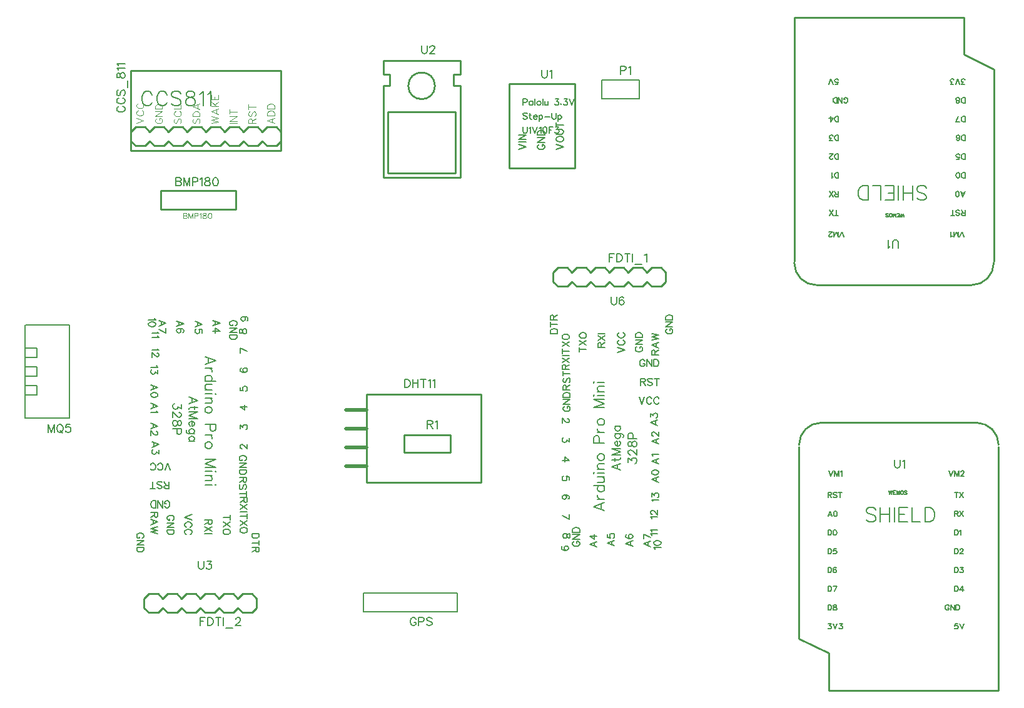
<source format=gto>
G04 ---------------------------- Layer name :TOP SILK LAYER*
G04 EasyEDA v5.5.12, Wed, 13 Jun 2018 18:03:35 GMT*
G04 4f5264131ad04cbc883cc3dc534661a7*
G04 Gerber Generator version 0.2*
G04 Scale: 100 percent, Rotated: No, Reflected: No *
G04 Dimensions in millimeters *
G04 leading zeros omitted , absolute positions ,3 integer and 3 decimal *
%FSLAX33Y33*%
%MOMM*%
G90*
G71D02*

%ADD10C,0.254000*%
%ADD28C,0.200660*%
%ADD29C,0.507999*%
%ADD30C,0.203200*%
%ADD31C,0.177800*%
%ADD32C,0.150114*%
%ADD33C,0.101600*%
%ADD34C,0.152400*%
%ADD35C,0.127000*%

%LPD*%
G54D10*
G01X19304Y74803D02*
G01X19304Y76073D01*
G01X19939Y76708D01*
G01X21209Y76708D01*
G01X21844Y76073D01*
G01X22479Y76708D01*
G01X23749Y76708D01*
G01X24384Y76073D01*
G01X25019Y76708D01*
G01X26289Y76708D01*
G01X26924Y76073D01*
G01X27559Y76708D01*
G01X28829Y76708D01*
G01X29464Y76073D01*
G01X30099Y76708D01*
G01X31369Y76708D01*
G01X32004Y76073D01*
G01X32639Y76708D01*
G01X33909Y76708D01*
G01X34544Y76073D01*
G01X35179Y76708D01*
G01X36449Y76708D01*
G01X37084Y76073D01*
G01X37719Y76708D01*
G01X38989Y76708D01*
G01X39624Y76073D01*
G01X39624Y75438D01*
G01X39624Y75438D02*
G01X39624Y74803D01*
G01X38989Y74168D01*
G01X37719Y74168D01*
G01X37084Y74803D01*
G01X36449Y74168D01*
G01X35179Y74168D01*
G01X34544Y74803D01*
G01X33909Y74168D01*
G01X32639Y74168D01*
G01X32004Y74803D01*
G01X31369Y74168D01*
G01X30099Y74168D01*
G01X29464Y74803D01*
G01X28829Y74168D01*
G01X27559Y74168D01*
G01X26924Y74803D01*
G01X26289Y74168D01*
G01X25019Y74168D01*
G01X24384Y74803D01*
G01X23749Y74168D01*
G01X22479Y74168D01*
G01X21844Y74803D01*
G01X21209Y74168D01*
G01X19939Y74168D01*
G01X19304Y74803D01*
G01X19304Y73533D02*
G01X19304Y84328D01*
G01X39624Y84328D01*
G01X39624Y73533D01*
G01X19304Y73533D01*
G54D28*
G01X63500Y13589D02*
G01X63500Y11049D01*
G01X63500Y11049D02*
G01X50800Y11049D01*
G01X63500Y13589D02*
G01X50800Y13589D01*
G01X50800Y13589D02*
G01X50800Y11049D01*
G54D10*
G01X23368Y68072D02*
G01X33528Y68072D01*
G01X33528Y65532D01*
G01X23368Y65532D01*
G01X23368Y68072D01*
G01X51181Y40538D02*
G01X66675Y40538D01*
G01X66675Y28549D01*
G01X51181Y28549D01*
G01X51181Y40538D01*
G54D29*
G01X48437Y38354D02*
G01X51181Y38354D01*
G01X48437Y35814D02*
G01X51181Y35814D01*
G01X48437Y33274D02*
G01X51181Y33274D01*
G01X48437Y30734D02*
G01X51181Y30734D01*
G54D10*
G01X56286Y32588D02*
G01X56286Y34975D01*
G01X56286Y34975D02*
G01X62585Y34975D01*
G01X62585Y34975D02*
G01X62585Y32588D01*
G01X62585Y32588D02*
G01X56286Y32588D01*
G54D30*
G01X5049Y37251D02*
G01X8509Y37251D01*
G01X11008Y37251D01*
G01X11008Y39751D01*
G01X11008Y49870D01*
G01X8509Y49870D01*
G01X5049Y49870D01*
G01X5008Y49870D02*
G01X5008Y39751D01*
G01X5008Y37251D01*
G01X5008Y45466D02*
G01X6604Y45466D01*
G01X6604Y46736D01*
G01X5008Y46736D01*
G01X5008Y42926D02*
G01X6604Y42926D01*
G01X6604Y44196D01*
G01X5008Y44196D01*
G01X5008Y40386D02*
G01X6604Y40386D01*
G01X6604Y41656D01*
G01X5008Y41656D01*
G54D10*
G01X109753Y33401D02*
G01X109753Y7391D01*
G01X113766Y5410D01*
G01X113766Y406D01*
G01X136753Y406D01*
G01X136753Y33401D01*
G01X133756Y36652D02*
G01X112750Y36652D01*
G01X136118Y58547D02*
G01X136118Y84556D01*
G01X132105Y86537D01*
G01X132105Y91541D01*
G01X109118Y91541D01*
G01X109118Y58547D01*
G01X112115Y55295D02*
G01X133121Y55295D01*
G01X80899Y57658D02*
G01X81534Y57023D01*
G01X82169Y57658D01*
G01X83439Y57658D01*
G01X84074Y57023D01*
G01X84709Y57658D01*
G01X85979Y57658D01*
G01X86614Y57023D01*
G01X87249Y57658D01*
G01X88519Y57658D01*
G01X89154Y57023D01*
G01X89789Y57658D01*
G01X91059Y57658D01*
G01X91694Y57023D01*
G01X91694Y55753D01*
G01X91059Y55118D01*
G01X89789Y55118D01*
G01X89154Y55753D01*
G01X88519Y55118D01*
G01X87249Y55118D01*
G01X86614Y55753D01*
G01X85979Y55118D01*
G01X84709Y55118D01*
G01X84074Y55753D01*
G01X83439Y55118D01*
G01X82169Y55118D01*
G01X81534Y55753D01*
G01X80899Y55118D01*
G01X79629Y55118D01*
G01X78994Y55753D01*
G01X78359Y55118D01*
G01X77089Y55118D01*
G01X76454Y55753D01*
G01X76454Y57023D01*
G01X77089Y57658D01*
G01X78359Y57658D01*
G01X78994Y57023D01*
G01X79629Y57658D01*
G01X80899Y57658D01*
G01X31877Y10922D02*
G01X31242Y11557D01*
G01X30607Y10922D01*
G01X29337Y10922D01*
G01X28702Y11557D01*
G01X28067Y10922D01*
G01X26797Y10922D01*
G01X26162Y11557D01*
G01X25527Y10922D01*
G01X24257Y10922D01*
G01X23622Y11557D01*
G01X22987Y10922D01*
G01X21717Y10922D01*
G01X21082Y11557D01*
G01X21082Y12827D01*
G01X21717Y13462D01*
G01X22987Y13462D01*
G01X23622Y12827D01*
G01X24257Y13462D01*
G01X25527Y13462D01*
G01X26162Y12827D01*
G01X26797Y13462D01*
G01X28067Y13462D01*
G01X28702Y12827D01*
G01X29337Y13462D01*
G01X30607Y13462D01*
G01X31242Y12827D01*
G01X31877Y13462D01*
G01X33147Y13462D01*
G01X33782Y12827D01*
G01X34417Y13462D01*
G01X35687Y13462D01*
G01X36322Y12827D01*
G01X36322Y11557D01*
G01X35687Y10922D01*
G01X34417Y10922D01*
G01X33782Y11557D01*
G01X33147Y10922D01*
G01X31877Y10922D01*
G54D30*
G01X88138Y83058D02*
G01X88138Y80543D01*
G01X83058Y80543D01*
G01X83058Y83058D01*
G01X88138Y83058D01*
G54D10*
G01X70866Y71120D02*
G01X79375Y71120D01*
G01X79375Y82550D01*
G01X70485Y82550D01*
G01X70485Y71120D01*
G01X70866Y71120D01*
G01X53467Y69850D02*
G01X63881Y69850D01*
G01X63881Y85725D02*
G01X53467Y85725D01*
G01X63881Y69850D02*
G01X63881Y82296D01*
G01X63881Y82296D02*
G01X62992Y82296D01*
G01X62992Y82296D02*
G01X62992Y83820D01*
G01X62992Y83820D02*
G01X63881Y83820D01*
G01X63881Y83820D02*
G01X63881Y85725D01*
G01X53467Y69850D02*
G01X53467Y82296D01*
G01X53467Y82296D02*
G01X54356Y82296D01*
G01X54356Y82296D02*
G01X54356Y83820D01*
G01X54356Y83820D02*
G01X53467Y83820D01*
G01X53467Y83820D02*
G01X53467Y85725D01*
G01X54102Y70485D02*
G01X63246Y70485D01*
G01X63246Y78740D02*
G01X63246Y70485D01*
G01X63246Y78740D02*
G01X54102Y78740D01*
G01X54102Y70485D02*
G01X54102Y78740D01*
G54D31*
G01X28448Y17894D02*
G01X28448Y17117D01*
G01X28498Y16959D01*
G01X28602Y16855D01*
G01X28760Y16804D01*
G01X28864Y16804D01*
G01X29019Y16855D01*
G01X29123Y16959D01*
G01X29174Y17117D01*
G01X29174Y17894D01*
G01X29621Y17894D02*
G01X30192Y17894D01*
G01X29883Y17480D01*
G01X30038Y17480D01*
G01X30142Y17426D01*
G01X30192Y17376D01*
G01X30246Y17221D01*
G01X30246Y17117D01*
G01X30192Y16959D01*
G01X30088Y16855D01*
G01X29933Y16804D01*
G01X29778Y16804D01*
G01X29621Y16855D01*
G01X29570Y16908D01*
G01X29517Y17012D01*
G54D32*
G01X22967Y24492D02*
G01X22012Y24492D01*
G01X22967Y24492D02*
G01X22967Y24083D01*
G01X22922Y23946D01*
G01X22876Y23900D01*
G01X22785Y23855D01*
G01X22693Y23855D01*
G01X22604Y23900D01*
G01X22559Y23946D01*
G01X22513Y24083D01*
G01X22513Y24492D01*
G01X22513Y24175D02*
G01X22012Y23855D01*
G01X22967Y23192D02*
G01X22012Y23555D01*
G01X22967Y23192D02*
G01X22012Y22829D01*
G01X22330Y23420D02*
G01X22330Y22966D01*
G01X22967Y22529D02*
G01X22012Y22300D01*
G01X22967Y22074D02*
G01X22012Y22300D01*
G01X22967Y22074D02*
G01X22012Y21846D01*
G01X22967Y21619D02*
G01X22012Y21846D01*
G01X23887Y25348D02*
G01X23930Y25257D01*
G01X24021Y25165D01*
G01X24113Y25120D01*
G01X24296Y25120D01*
G01X24385Y25165D01*
G01X24476Y25257D01*
G01X24522Y25348D01*
G01X24567Y25483D01*
G01X24567Y25711D01*
G01X24522Y25849D01*
G01X24476Y25937D01*
G01X24385Y26029D01*
G01X24296Y26075D01*
G01X24113Y26075D01*
G01X24021Y26029D01*
G01X23930Y25937D01*
G01X23887Y25849D01*
G01X23887Y25711D01*
G01X24113Y25711D02*
G01X23887Y25711D01*
G01X23584Y25120D02*
G01X23584Y26075D01*
G01X23584Y25120D02*
G01X22949Y26075D01*
G01X22949Y25120D02*
G01X22949Y26075D01*
G01X22650Y25120D02*
G01X22650Y26075D01*
G01X22650Y25120D02*
G01X22332Y25120D01*
G01X22195Y25165D01*
G01X22104Y25257D01*
G01X22058Y25348D01*
G01X22012Y25483D01*
G01X22012Y25711D01*
G01X22058Y25849D01*
G01X22104Y25937D01*
G01X22195Y26029D01*
G01X22332Y26075D01*
G01X22650Y26075D01*
G01X24468Y27720D02*
G01X24468Y28675D01*
G01X24468Y27720D02*
G01X24059Y27720D01*
G01X23921Y27765D01*
G01X23876Y27811D01*
G01X23830Y27902D01*
G01X23830Y27994D01*
G01X23876Y28083D01*
G01X23921Y28128D01*
G01X24059Y28174D01*
G01X24468Y28174D01*
G01X24150Y28174D02*
G01X23830Y28675D01*
G01X22895Y27857D02*
G01X22987Y27765D01*
G01X23121Y27720D01*
G01X23304Y27720D01*
G01X23441Y27765D01*
G01X23530Y27857D01*
G01X23530Y27948D01*
G01X23485Y28040D01*
G01X23441Y28083D01*
G01X23350Y28128D01*
G01X23076Y28220D01*
G01X22987Y28266D01*
G01X22941Y28311D01*
G01X22895Y28403D01*
G01X22895Y28537D01*
G01X22987Y28629D01*
G01X23121Y28675D01*
G01X23304Y28675D01*
G01X23441Y28629D01*
G01X23530Y28537D01*
G01X22276Y27720D02*
G01X22276Y28675D01*
G01X22596Y27720D02*
G01X21958Y27720D01*
G01X24667Y30219D02*
G01X24304Y31174D01*
G01X23941Y30219D02*
G01X24304Y31174D01*
G01X22958Y30448D02*
G01X23004Y30357D01*
G01X23095Y30265D01*
G01X23187Y30219D01*
G01X23367Y30219D01*
G01X23458Y30265D01*
G01X23550Y30357D01*
G01X23596Y30448D01*
G01X23641Y30583D01*
G01X23641Y30811D01*
G01X23596Y30948D01*
G01X23550Y31037D01*
G01X23458Y31129D01*
G01X23367Y31174D01*
G01X23187Y31174D01*
G01X23095Y31129D01*
G01X23004Y31037D01*
G01X22958Y30948D01*
G01X21978Y30448D02*
G01X22021Y30357D01*
G01X22112Y30265D01*
G01X22204Y30219D01*
G01X22387Y30219D01*
G01X22475Y30265D01*
G01X22567Y30357D01*
G01X22613Y30448D01*
G01X22658Y30583D01*
G01X22658Y30811D01*
G01X22613Y30948D01*
G01X22567Y31037D01*
G01X22475Y31129D01*
G01X22387Y31174D01*
G01X22204Y31174D01*
G01X22112Y31129D01*
G01X22021Y31037D01*
G01X21978Y30948D01*
G01X23103Y33700D02*
G01X22148Y34063D01*
G01X23103Y33700D02*
G01X22148Y33337D01*
G01X22466Y33926D02*
G01X22466Y33472D01*
G01X23103Y32946D02*
G01X23103Y32445D01*
G01X22740Y32717D01*
G01X22740Y32583D01*
G01X22694Y32491D01*
G01X22649Y32445D01*
G01X22512Y32400D01*
G01X22420Y32400D01*
G01X22285Y32445D01*
G01X22194Y32537D01*
G01X22148Y32672D01*
G01X22148Y32809D01*
G01X22194Y32946D01*
G01X22240Y32992D01*
G01X22331Y33037D01*
G01X22974Y36212D02*
G01X22019Y36576D01*
G01X22974Y36212D02*
G01X22019Y35849D01*
G01X22336Y36438D02*
G01X22336Y35984D01*
G01X22745Y35504D02*
G01X22791Y35504D01*
G01X22882Y35458D01*
G01X22928Y35412D01*
G01X22974Y35321D01*
G01X22974Y35140D01*
G01X22928Y35049D01*
G01X22882Y35003D01*
G01X22791Y34958D01*
G01X22699Y34958D01*
G01X22611Y35003D01*
G01X22473Y35095D01*
G01X22019Y35549D01*
G01X22019Y34912D01*
G01X22964Y38907D02*
G01X22009Y39270D01*
G01X22964Y38907D02*
G01X22009Y38544D01*
G01X22326Y39133D02*
G01X22326Y38679D01*
G01X22781Y38244D02*
G01X22826Y38153D01*
G01X22964Y38016D01*
G01X22009Y38016D01*
G01X22969Y41412D02*
G01X22014Y41775D01*
G01X22969Y41412D02*
G01X22014Y41048D01*
G01X22331Y41638D02*
G01X22331Y41183D01*
G01X22969Y40474D02*
G01X22923Y40612D01*
G01X22786Y40703D01*
G01X22560Y40749D01*
G01X22423Y40749D01*
G01X22197Y40703D01*
G01X22059Y40612D01*
G01X22014Y40474D01*
G01X22014Y40383D01*
G01X22059Y40248D01*
G01X22197Y40157D01*
G01X22423Y40111D01*
G01X22560Y40111D01*
G01X22786Y40157D01*
G01X22923Y40248D01*
G01X22969Y40383D01*
G01X22969Y40474D01*
G01X22783Y44381D02*
G01X22829Y44289D01*
G01X22966Y44155D01*
G01X22011Y44155D01*
G01X22966Y43764D02*
G01X22966Y43263D01*
G01X22603Y43535D01*
G01X22603Y43398D01*
G01X22557Y43309D01*
G01X22512Y43263D01*
G01X22374Y43218D01*
G01X22283Y43218D01*
G01X22148Y43263D01*
G01X22057Y43355D01*
G01X22011Y43489D01*
G01X22011Y43627D01*
G01X22057Y43764D01*
G01X22103Y43809D01*
G01X22194Y43853D01*
G01X22923Y46692D02*
G01X22969Y46601D01*
G01X23106Y46466D01*
G01X22151Y46466D01*
G01X22877Y46121D02*
G01X22923Y46121D01*
G01X23014Y46075D01*
G01X23060Y46029D01*
G01X23106Y45938D01*
G01X23106Y45755D01*
G01X23060Y45666D01*
G01X23014Y45620D01*
G01X22923Y45575D01*
G01X22832Y45575D01*
G01X22743Y45620D01*
G01X22606Y45709D01*
G01X22151Y46164D01*
G01X22151Y45529D01*
G01X22923Y48986D02*
G01X22969Y48895D01*
G01X23106Y48760D01*
G01X22151Y48760D01*
G01X22923Y48458D02*
G01X22969Y48369D01*
G01X23106Y48232D01*
G01X22151Y48232D01*
G01X22481Y50838D02*
G01X22527Y50746D01*
G01X22664Y50612D01*
G01X21709Y50612D01*
G01X22664Y50038D02*
G01X22618Y50175D01*
G01X22481Y50266D01*
G01X22255Y50309D01*
G01X22118Y50309D01*
G01X21892Y50266D01*
G01X21755Y50175D01*
G01X21709Y50038D01*
G01X21709Y49946D01*
G01X21755Y49811D01*
G01X21892Y49720D01*
G01X22118Y49674D01*
G01X22255Y49674D01*
G01X22481Y49720D01*
G01X22618Y49811D01*
G01X22664Y49946D01*
G01X22664Y50038D01*
G01X24068Y50120D02*
G01X23112Y50483D01*
G01X24068Y50120D02*
G01X23112Y49757D01*
G01X23430Y50346D02*
G01X23430Y49891D01*
G01X24068Y48820D02*
G01X23112Y49274D01*
G01X24068Y49457D02*
G01X24068Y48820D01*
G01X26468Y50074D02*
G01X25513Y50438D01*
G01X26468Y50074D02*
G01X25513Y49711D01*
G01X25830Y50300D02*
G01X25830Y49846D01*
G01X26330Y48865D02*
G01X26422Y48911D01*
G01X26468Y49046D01*
G01X26468Y49137D01*
G01X26422Y49274D01*
G01X26285Y49366D01*
G01X26059Y49411D01*
G01X25830Y49411D01*
G01X25650Y49366D01*
G01X25558Y49274D01*
G01X25513Y49137D01*
G01X25513Y49091D01*
G01X25558Y48957D01*
G01X25650Y48865D01*
G01X25784Y48820D01*
G01X25830Y48820D01*
G01X25967Y48865D01*
G01X26059Y48957D01*
G01X26104Y49091D01*
G01X26104Y49137D01*
G01X26059Y49274D01*
G01X25967Y49366D01*
G01X25830Y49411D01*
G01X28967Y50020D02*
G01X28012Y50383D01*
G01X28967Y50020D02*
G01X28012Y49657D01*
G01X28330Y50246D02*
G01X28330Y49791D01*
G01X28967Y48811D02*
G01X28967Y49266D01*
G01X28559Y49311D01*
G01X28604Y49266D01*
G01X28647Y49128D01*
G01X28647Y48991D01*
G01X28604Y48857D01*
G01X28513Y48765D01*
G01X28376Y48719D01*
G01X28284Y48719D01*
G01X28150Y48765D01*
G01X28058Y48857D01*
G01X28012Y48991D01*
G01X28012Y49128D01*
G01X28058Y49266D01*
G01X28104Y49311D01*
G01X28195Y49357D01*
G01X31367Y50166D02*
G01X30412Y50529D01*
G01X31367Y50166D02*
G01X30412Y49803D01*
G01X30730Y50392D02*
G01X30730Y49937D01*
G01X31367Y49048D02*
G01X30730Y49503D01*
G01X30730Y48820D01*
G01X31367Y49048D02*
G01X30412Y49048D01*
G01X33439Y49794D02*
G01X33530Y49837D01*
G01X33622Y49929D01*
G01X33667Y50020D01*
G01X33667Y50203D01*
G01X33622Y50292D01*
G01X33530Y50383D01*
G01X33439Y50429D01*
G01X33304Y50475D01*
G01X33076Y50475D01*
G01X32938Y50429D01*
G01X32850Y50383D01*
G01X32758Y50292D01*
G01X32712Y50203D01*
G01X32712Y50020D01*
G01X32758Y49929D01*
G01X32850Y49837D01*
G01X32938Y49794D01*
G01X33076Y49794D01*
G01X33076Y50020D02*
G01X33076Y49794D01*
G01X33667Y49492D02*
G01X32712Y49492D01*
G01X33667Y49492D02*
G01X32712Y48857D01*
G01X33667Y48857D02*
G01X32712Y48857D01*
G01X33667Y48557D02*
G01X32712Y48557D01*
G01X33667Y48557D02*
G01X33667Y48239D01*
G01X33622Y48102D01*
G01X33530Y48011D01*
G01X33439Y47965D01*
G01X33304Y47919D01*
G01X33076Y47919D01*
G01X32938Y47965D01*
G01X32850Y48011D01*
G01X32758Y48102D01*
G01X32712Y48239D01*
G01X32712Y48557D01*
G01X34533Y51011D02*
G01X34667Y50966D01*
G01X34759Y50874D01*
G01X34804Y50737D01*
G01X34804Y50691D01*
G01X34759Y50557D01*
G01X34667Y50465D01*
G01X34533Y50420D01*
G01X34487Y50420D01*
G01X34350Y50465D01*
G01X34258Y50557D01*
G01X34213Y50691D01*
G01X34213Y50737D01*
G01X34258Y50874D01*
G01X34350Y50966D01*
G01X34533Y51011D01*
G01X34759Y51011D01*
G01X34985Y50966D01*
G01X35122Y50874D01*
G01X35168Y50737D01*
G01X35168Y50646D01*
G01X35122Y50511D01*
G01X35030Y50465D01*
G01X34013Y48951D02*
G01X34059Y48817D01*
G01X34151Y48771D01*
G01X34242Y48771D01*
G01X34333Y48817D01*
G01X34377Y48908D01*
G01X34422Y49089D01*
G01X34468Y49226D01*
G01X34559Y49317D01*
G01X34651Y49363D01*
G01X34786Y49363D01*
G01X34877Y49317D01*
G01X34923Y49271D01*
G01X34968Y49134D01*
G01X34968Y48951D01*
G01X34923Y48817D01*
G01X34877Y48771D01*
G01X34786Y48725D01*
G01X34651Y48725D01*
G01X34559Y48771D01*
G01X34468Y48862D01*
G01X34422Y48997D01*
G01X34377Y49180D01*
G01X34333Y49271D01*
G01X34242Y49317D01*
G01X34151Y49317D01*
G01X34059Y49271D01*
G01X34013Y49134D01*
G01X34013Y48951D01*
G01X34112Y46759D02*
G01X35067Y46305D01*
G01X34112Y46122D02*
G01X34112Y46759D01*
G01X34250Y44036D02*
G01X34158Y43991D01*
G01X34112Y43854D01*
G01X34112Y43762D01*
G01X34158Y43628D01*
G01X34295Y43536D01*
G01X34521Y43490D01*
G01X34750Y43490D01*
G01X34930Y43536D01*
G01X35022Y43628D01*
G01X35067Y43762D01*
G01X35067Y43808D01*
G01X35022Y43945D01*
G01X34930Y44036D01*
G01X34796Y44082D01*
G01X34750Y44082D01*
G01X34613Y44036D01*
G01X34521Y43945D01*
G01X34476Y43808D01*
G01X34476Y43762D01*
G01X34521Y43628D01*
G01X34613Y43536D01*
G01X34750Y43490D01*
G01X34112Y41469D02*
G01X34112Y41014D01*
G01X34521Y40968D01*
G01X34476Y41014D01*
G01X34432Y41149D01*
G01X34432Y41286D01*
G01X34476Y41423D01*
G01X34567Y41514D01*
G01X34704Y41560D01*
G01X34796Y41560D01*
G01X34930Y41514D01*
G01X35022Y41423D01*
G01X35067Y41286D01*
G01X35067Y41149D01*
G01X35022Y41014D01*
G01X34976Y40968D01*
G01X34885Y40922D01*
G01X34112Y38807D02*
G01X34750Y38352D01*
G01X34750Y39033D01*
G01X34112Y38807D02*
G01X35067Y38807D01*
G01X34112Y35812D02*
G01X34112Y36312D01*
G01X34476Y36038D01*
G01X34476Y36175D01*
G01X34521Y36267D01*
G01X34567Y36312D01*
G01X34704Y36358D01*
G01X34796Y36358D01*
G01X34930Y36312D01*
G01X35022Y36221D01*
G01X35067Y36084D01*
G01X35067Y35947D01*
G01X35022Y35812D01*
G01X34976Y35766D01*
G01X34885Y35721D01*
G01X34341Y33165D02*
G01X34295Y33165D01*
G01X34204Y33211D01*
G01X34158Y33257D01*
G01X34112Y33346D01*
G01X34112Y33529D01*
G01X34158Y33620D01*
G01X34204Y33666D01*
G01X34295Y33711D01*
G01X34387Y33711D01*
G01X34476Y33666D01*
G01X34613Y33574D01*
G01X35067Y33120D01*
G01X35067Y33757D01*
G01X34739Y31494D02*
G01X34830Y31537D01*
G01X34922Y31629D01*
G01X34967Y31720D01*
G01X34967Y31903D01*
G01X34922Y31992D01*
G01X34830Y32083D01*
G01X34739Y32129D01*
G01X34604Y32175D01*
G01X34376Y32175D01*
G01X34238Y32129D01*
G01X34150Y32083D01*
G01X34058Y31992D01*
G01X34012Y31903D01*
G01X34012Y31720D01*
G01X34058Y31629D01*
G01X34150Y31537D01*
G01X34238Y31494D01*
G01X34376Y31494D01*
G01X34376Y31720D02*
G01X34376Y31494D01*
G01X34967Y31192D02*
G01X34012Y31192D01*
G01X34967Y31192D02*
G01X34012Y30557D01*
G01X34967Y30557D02*
G01X34012Y30557D01*
G01X34967Y30257D02*
G01X34012Y30257D01*
G01X34967Y30257D02*
G01X34967Y29939D01*
G01X34922Y29802D01*
G01X34830Y29711D01*
G01X34739Y29665D01*
G01X34604Y29619D01*
G01X34376Y29619D01*
G01X34238Y29665D01*
G01X34150Y29711D01*
G01X34058Y29802D01*
G01X34012Y29939D01*
G01X34012Y30257D01*
G01X34967Y29229D02*
G01X34012Y29229D01*
G01X34967Y29229D02*
G01X34967Y28820D01*
G01X34922Y28683D01*
G01X34876Y28637D01*
G01X34785Y28591D01*
G01X34693Y28591D01*
G01X34604Y28637D01*
G01X34559Y28683D01*
G01X34513Y28820D01*
G01X34513Y29229D01*
G01X34513Y28912D02*
G01X34012Y28591D01*
G01X34830Y27657D02*
G01X34922Y27748D01*
G01X34967Y27883D01*
G01X34967Y28066D01*
G01X34922Y28203D01*
G01X34830Y28292D01*
G01X34739Y28292D01*
G01X34647Y28246D01*
G01X34604Y28203D01*
G01X34559Y28111D01*
G01X34467Y27837D01*
G01X34421Y27748D01*
G01X34376Y27702D01*
G01X34284Y27657D01*
G01X34150Y27657D01*
G01X34058Y27748D01*
G01X34012Y27883D01*
G01X34012Y28066D01*
G01X34058Y28203D01*
G01X34150Y28292D01*
G01X34967Y27037D02*
G01X34012Y27037D01*
G01X34967Y27357D02*
G01X34967Y26720D01*
G01X35068Y26491D02*
G01X34112Y26491D01*
G01X35068Y26491D02*
G01X35068Y26082D01*
G01X35022Y25945D01*
G01X34976Y25900D01*
G01X34885Y25854D01*
G01X34793Y25854D01*
G01X34704Y25900D01*
G01X34659Y25945D01*
G01X34613Y26082D01*
G01X34613Y26491D01*
G01X34613Y26174D02*
G01X34112Y25854D01*
G01X35068Y25554D02*
G01X34112Y24919D01*
G01X35068Y24919D02*
G01X34112Y25554D01*
G01X35068Y24619D02*
G01X34112Y24619D01*
G01X35068Y24003D02*
G01X34112Y24003D01*
G01X35068Y24321D02*
G01X35068Y23683D01*
G01X35068Y23383D02*
G01X34112Y22748D01*
G01X35068Y22748D02*
G01X34112Y23383D01*
G01X35068Y22174D02*
G01X35022Y22266D01*
G01X34930Y22357D01*
G01X34839Y22403D01*
G01X34704Y22449D01*
G01X34476Y22449D01*
G01X34339Y22403D01*
G01X34250Y22357D01*
G01X34158Y22266D01*
G01X34112Y22174D01*
G01X34112Y21994D01*
G01X34158Y21902D01*
G01X34250Y21811D01*
G01X34339Y21765D01*
G01X34476Y21720D01*
G01X34704Y21720D01*
G01X34839Y21765D01*
G01X34930Y21811D01*
G01X35022Y21902D01*
G01X35068Y21994D01*
G01X35068Y22174D01*
G01X36667Y21629D02*
G01X35712Y21629D01*
G01X36667Y21629D02*
G01X36667Y21312D01*
G01X36622Y21174D01*
G01X36530Y21083D01*
G01X36439Y21037D01*
G01X36304Y20992D01*
G01X36076Y20992D01*
G01X35938Y21037D01*
G01X35850Y21083D01*
G01X35758Y21174D01*
G01X35712Y21312D01*
G01X35712Y21629D01*
G01X36667Y20374D02*
G01X35712Y20374D01*
G01X36667Y20692D02*
G01X36667Y20057D01*
G01X36667Y19757D02*
G01X35712Y19757D01*
G01X36667Y19757D02*
G01X36667Y19348D01*
G01X36622Y19211D01*
G01X36576Y19165D01*
G01X36485Y19120D01*
G01X36393Y19120D01*
G01X36304Y19165D01*
G01X36259Y19211D01*
G01X36213Y19348D01*
G01X36213Y19757D01*
G01X36213Y19437D02*
G01X35712Y19120D01*
G01X32768Y23803D02*
G01X31812Y23803D01*
G01X32768Y24120D02*
G01X32768Y23483D01*
G01X32768Y23183D02*
G01X31812Y22548D01*
G01X32768Y22548D02*
G01X31812Y23183D01*
G01X32768Y21974D02*
G01X32722Y22066D01*
G01X32630Y22157D01*
G01X32539Y22203D01*
G01X32404Y22248D01*
G01X32176Y22248D01*
G01X32039Y22203D01*
G01X31950Y22157D01*
G01X31858Y22066D01*
G01X31812Y21974D01*
G01X31812Y21794D01*
G01X31858Y21702D01*
G01X31950Y21611D01*
G01X32039Y21565D01*
G01X32176Y21519D01*
G01X32404Y21519D01*
G01X32539Y21565D01*
G01X32630Y21611D01*
G01X32722Y21702D01*
G01X32768Y21794D01*
G01X32768Y21974D01*
G01X30267Y23491D02*
G01X29312Y23491D01*
G01X30267Y23491D02*
G01X30267Y23083D01*
G01X30222Y22945D01*
G01X30176Y22900D01*
G01X30085Y22854D01*
G01X29993Y22854D01*
G01X29904Y22900D01*
G01X29858Y22945D01*
G01X29813Y23083D01*
G01X29813Y23491D01*
G01X29813Y23174D02*
G01X29312Y22854D01*
G01X30267Y22554D02*
G01X29312Y21919D01*
G01X30267Y21919D02*
G01X29312Y22554D01*
G01X30267Y21619D02*
G01X29312Y21619D01*
G01X27567Y24209D02*
G01X26612Y23846D01*
G01X27567Y23483D02*
G01X26612Y23846D01*
G01X27339Y22500D02*
G01X27430Y22546D01*
G01X27522Y22637D01*
G01X27567Y22728D01*
G01X27567Y22909D01*
G01X27522Y23000D01*
G01X27430Y23092D01*
G01X27339Y23137D01*
G01X27204Y23183D01*
G01X26976Y23183D01*
G01X26838Y23137D01*
G01X26750Y23092D01*
G01X26658Y23000D01*
G01X26612Y22909D01*
G01X26612Y22728D01*
G01X26658Y22637D01*
G01X26750Y22546D01*
G01X26838Y22500D01*
G01X27339Y21519D02*
G01X27430Y21563D01*
G01X27522Y21654D01*
G01X27567Y21745D01*
G01X27567Y21928D01*
G01X27522Y22017D01*
G01X27430Y22109D01*
G01X27339Y22154D01*
G01X27204Y22200D01*
G01X26976Y22200D01*
G01X26838Y22154D01*
G01X26750Y22109D01*
G01X26658Y22017D01*
G01X26612Y21928D01*
G01X26612Y21745D01*
G01X26658Y21654D01*
G01X26750Y21563D01*
G01X26838Y21519D01*
G01X20839Y20994D02*
G01X20930Y21037D01*
G01X21022Y21129D01*
G01X21068Y21220D01*
G01X21068Y21403D01*
G01X21022Y21492D01*
G01X20930Y21583D01*
G01X20839Y21629D01*
G01X20704Y21675D01*
G01X20476Y21675D01*
G01X20339Y21629D01*
G01X20250Y21583D01*
G01X20158Y21492D01*
G01X20112Y21403D01*
G01X20112Y21220D01*
G01X20158Y21129D01*
G01X20250Y21037D01*
G01X20339Y20994D01*
G01X20476Y20994D01*
G01X20476Y21220D02*
G01X20476Y20994D01*
G01X21068Y20692D02*
G01X20112Y20692D01*
G01X21068Y20692D02*
G01X20112Y20057D01*
G01X21068Y20057D02*
G01X20112Y20057D01*
G01X21068Y19757D02*
G01X20112Y19757D01*
G01X21068Y19757D02*
G01X21068Y19440D01*
G01X21022Y19302D01*
G01X20930Y19211D01*
G01X20839Y19165D01*
G01X20704Y19120D01*
G01X20476Y19120D01*
G01X20339Y19165D01*
G01X20250Y19211D01*
G01X20158Y19302D01*
G01X20112Y19440D01*
G01X20112Y19757D01*
G01X24939Y23394D02*
G01X25030Y23437D01*
G01X25122Y23529D01*
G01X25168Y23620D01*
G01X25168Y23803D01*
G01X25122Y23892D01*
G01X25030Y23983D01*
G01X24939Y24029D01*
G01X24804Y24075D01*
G01X24576Y24075D01*
G01X24439Y24029D01*
G01X24350Y23983D01*
G01X24258Y23892D01*
G01X24213Y23803D01*
G01X24213Y23620D01*
G01X24258Y23529D01*
G01X24350Y23437D01*
G01X24439Y23394D01*
G01X24576Y23394D01*
G01X24576Y23620D02*
G01X24576Y23394D01*
G01X25168Y23092D02*
G01X24213Y23092D01*
G01X25168Y23092D02*
G01X24213Y22457D01*
G01X25168Y22457D02*
G01X24213Y22457D01*
G01X25168Y22157D02*
G01X24213Y22157D01*
G01X25168Y22157D02*
G01X25168Y21839D01*
G01X25122Y21702D01*
G01X25030Y21611D01*
G01X24939Y21565D01*
G01X24804Y21519D01*
G01X24576Y21519D01*
G01X24439Y21565D01*
G01X24350Y21611D01*
G01X24258Y21702D01*
G01X24213Y21839D01*
G01X24213Y22157D01*
G54D30*
G01X28326Y39684D02*
G01X27180Y40121D01*
G01X28326Y39684D02*
G01X27180Y39247D01*
G01X27561Y39958D02*
G01X27561Y39412D01*
G01X28326Y38724D02*
G01X27398Y38724D01*
G01X27233Y38670D01*
G01X27180Y38561D01*
G01X27180Y38452D01*
G01X27942Y38889D02*
G01X27942Y38505D01*
G01X28326Y38091D02*
G01X27180Y38091D01*
G01X28326Y38091D02*
G01X27180Y37654D01*
G01X28326Y37220D02*
G01X27180Y37654D01*
G01X28326Y37220D02*
G01X27180Y37220D01*
G01X27617Y36859D02*
G01X27617Y36204D01*
G01X27724Y36204D01*
G01X27833Y36260D01*
G01X27889Y36313D01*
G01X27942Y36422D01*
G01X27942Y36585D01*
G01X27889Y36694D01*
G01X27779Y36803D01*
G01X27617Y36859D01*
G01X27508Y36859D01*
G01X27343Y36803D01*
G01X27233Y36694D01*
G01X27180Y36585D01*
G01X27180Y36422D01*
G01X27233Y36313D01*
G01X27343Y36204D01*
G01X27942Y35190D02*
G01X27071Y35190D01*
G01X26906Y35244D01*
G01X26852Y35300D01*
G01X26796Y35409D01*
G01X26796Y35571D01*
G01X26852Y35681D01*
G01X27779Y35190D02*
G01X27889Y35300D01*
G01X27942Y35409D01*
G01X27942Y35571D01*
G01X27889Y35681D01*
G01X27779Y35790D01*
G01X27617Y35843D01*
G01X27508Y35843D01*
G01X27343Y35790D01*
G01X27233Y35681D01*
G01X27180Y35571D01*
G01X27180Y35409D01*
G01X27233Y35300D01*
G01X27343Y35190D01*
G01X27942Y34174D02*
G01X27180Y34174D01*
G01X27779Y34174D02*
G01X27889Y34284D01*
G01X27942Y34393D01*
G01X27942Y34558D01*
G01X27889Y34667D01*
G01X27779Y34774D01*
G01X27617Y34830D01*
G01X27508Y34830D01*
G01X27343Y34774D01*
G01X27233Y34667D01*
G01X27180Y34558D01*
G01X27180Y34393D01*
G01X27233Y34284D01*
G01X27343Y34174D01*
G01X26128Y39112D02*
G01X26128Y38513D01*
G01X25691Y38840D01*
G01X25691Y38675D01*
G01X25635Y38566D01*
G01X25582Y38513D01*
G01X25419Y38457D01*
G01X25310Y38457D01*
G01X25145Y38513D01*
G01X25036Y38622D01*
G01X24982Y38785D01*
G01X24982Y38950D01*
G01X25036Y39112D01*
G01X25092Y39168D01*
G01X25201Y39221D01*
G01X25854Y38043D02*
G01X25909Y38043D01*
G01X26019Y37989D01*
G01X26072Y37934D01*
G01X26128Y37824D01*
G01X26128Y37606D01*
G01X26072Y37497D01*
G01X26019Y37443D01*
G01X25909Y37388D01*
G01X25800Y37388D01*
G01X25691Y37443D01*
G01X25526Y37553D01*
G01X24982Y38099D01*
G01X24982Y37334D01*
G01X26128Y36702D02*
G01X26072Y36864D01*
G01X25963Y36920D01*
G01X25854Y36920D01*
G01X25744Y36864D01*
G01X25691Y36755D01*
G01X25635Y36537D01*
G01X25582Y36374D01*
G01X25473Y36265D01*
G01X25363Y36211D01*
G01X25201Y36211D01*
G01X25092Y36265D01*
G01X25036Y36321D01*
G01X24982Y36483D01*
G01X24982Y36702D01*
G01X25036Y36864D01*
G01X25092Y36920D01*
G01X25201Y36973D01*
G01X25363Y36973D01*
G01X25473Y36920D01*
G01X25582Y36811D01*
G01X25635Y36646D01*
G01X25691Y36430D01*
G01X25744Y36321D01*
G01X25854Y36265D01*
G01X25963Y36265D01*
G01X26072Y36321D01*
G01X26128Y36483D01*
G01X26128Y36702D01*
G01X26128Y35851D02*
G01X24982Y35851D01*
G01X26128Y35851D02*
G01X26128Y35361D01*
G01X26072Y35195D01*
G01X26019Y35142D01*
G01X25909Y35086D01*
G01X25744Y35086D01*
G01X25635Y35142D01*
G01X25582Y35195D01*
G01X25526Y35361D01*
G01X25526Y35851D01*
G01X30783Y45070D02*
G01X29350Y45616D01*
G01X30783Y45070D02*
G01X29350Y44526D01*
G01X29828Y45410D02*
G01X29828Y44729D01*
G01X30305Y44074D02*
G01X29350Y44074D01*
G01X29896Y44074D02*
G01X30102Y44008D01*
G01X30237Y43871D01*
G01X30305Y43734D01*
G01X30305Y43531D01*
G01X30783Y42261D02*
G01X29350Y42261D01*
G01X30102Y42261D02*
G01X30237Y42398D01*
G01X30305Y42535D01*
G01X30305Y42738D01*
G01X30237Y42875D01*
G01X30102Y43012D01*
G01X29896Y43078D01*
G01X29759Y43078D01*
G01X29556Y43012D01*
G01X29419Y42875D01*
G01X29350Y42738D01*
G01X29350Y42535D01*
G01X29419Y42398D01*
G01X29556Y42261D01*
G01X30305Y41811D02*
G01X29625Y41811D01*
G01X29419Y41742D01*
G01X29350Y41608D01*
G01X29350Y41402D01*
G01X29419Y41265D01*
G01X29625Y41062D01*
G01X30305Y41062D02*
G01X29350Y41062D01*
G01X30783Y40612D02*
G01X30714Y40544D01*
G01X30783Y40475D01*
G01X30852Y40544D01*
G01X30783Y40612D01*
G01X30305Y40544D02*
G01X29350Y40544D01*
G01X30305Y40025D02*
G01X29350Y40025D01*
G01X30034Y40025D02*
G01X30237Y39820D01*
G01X30305Y39685D01*
G01X30305Y39479D01*
G01X30237Y39342D01*
G01X30034Y39276D01*
G01X29350Y39276D01*
G01X30305Y38484D02*
G01X30237Y38621D01*
G01X30102Y38758D01*
G01X29896Y38824D01*
G01X29759Y38824D01*
G01X29556Y38758D01*
G01X29419Y38621D01*
G01X29350Y38484D01*
G01X29350Y38280D01*
G01X29419Y38143D01*
G01X29556Y38006D01*
G01X29759Y37937D01*
G01X29896Y37937D01*
G01X30102Y38006D01*
G01X30237Y38143D01*
G01X30305Y38280D01*
G01X30305Y38484D01*
G01X30783Y36439D02*
G01X29350Y36439D01*
G01X30783Y36439D02*
G01X30783Y35824D01*
G01X30714Y35621D01*
G01X30646Y35552D01*
G01X30511Y35484D01*
G01X30305Y35484D01*
G01X30171Y35552D01*
G01X30102Y35621D01*
G01X30034Y35824D01*
G01X30034Y36439D01*
G01X30305Y35034D02*
G01X29350Y35034D01*
G01X29896Y35034D02*
G01X30102Y34966D01*
G01X30237Y34829D01*
G01X30305Y34694D01*
G01X30305Y34488D01*
G01X30305Y33698D02*
G01X30237Y33833D01*
G01X30102Y33970D01*
G01X29896Y34039D01*
G01X29759Y34039D01*
G01X29556Y33970D01*
G01X29419Y33833D01*
G01X29350Y33698D01*
G01X29350Y33492D01*
G01X29419Y33358D01*
G01X29556Y33221D01*
G01X29759Y33152D01*
G01X29896Y33152D01*
G01X30102Y33221D01*
G01X30237Y33358D01*
G01X30305Y33492D01*
G01X30305Y33698D01*
G01X30783Y31654D02*
G01X29350Y31654D01*
G01X30783Y31654D02*
G01X29350Y31107D01*
G01X30783Y30561D02*
G01X29350Y31107D01*
G01X30783Y30561D02*
G01X29350Y30561D01*
G01X30783Y30112D02*
G01X30714Y30043D01*
G01X30783Y29975D01*
G01X30852Y30043D01*
G01X30783Y30112D01*
G01X30305Y30043D02*
G01X29350Y30043D01*
G01X30305Y29525D02*
G01X29350Y29525D01*
G01X30034Y29525D02*
G01X30237Y29319D01*
G01X30305Y29185D01*
G01X30305Y28979D01*
G01X30237Y28844D01*
G01X30034Y28776D01*
G01X29350Y28776D01*
G01X30783Y28326D02*
G01X30714Y28258D01*
G01X30783Y28189D01*
G01X30852Y28258D01*
G01X30783Y28326D01*
G01X30305Y28258D02*
G01X29350Y28258D01*
G54D31*
G01X17670Y79519D02*
G01X17566Y79466D01*
G01X17462Y79362D01*
G01X17411Y79260D01*
G01X17411Y79052D01*
G01X17462Y78948D01*
G01X17566Y78844D01*
G01X17670Y78790D01*
G01X17825Y78740D01*
G01X18084Y78740D01*
G01X18242Y78790D01*
G01X18346Y78844D01*
G01X18450Y78948D01*
G01X18501Y79052D01*
G01X18501Y79260D01*
G01X18450Y79362D01*
G01X18346Y79466D01*
G01X18242Y79519D01*
G01X17670Y80642D02*
G01X17566Y80589D01*
G01X17462Y80484D01*
G01X17411Y80380D01*
G01X17411Y80175D01*
G01X17462Y80070D01*
G01X17566Y79966D01*
G01X17670Y79913D01*
G01X17825Y79862D01*
G01X18084Y79862D01*
G01X18242Y79913D01*
G01X18346Y79966D01*
G01X18450Y80070D01*
G01X18501Y80175D01*
G01X18501Y80380D01*
G01X18450Y80484D01*
G01X18346Y80589D01*
G01X18242Y80642D01*
G01X17566Y81711D02*
G01X17462Y81607D01*
G01X17411Y81452D01*
G01X17411Y81244D01*
G01X17462Y81089D01*
G01X17566Y80985D01*
G01X17670Y80985D01*
G01X17774Y81036D01*
G01X17825Y81089D01*
G01X17879Y81191D01*
G01X17983Y81503D01*
G01X18034Y81607D01*
G01X18084Y81661D01*
G01X18188Y81711D01*
G01X18346Y81711D01*
G01X18450Y81607D01*
G01X18501Y81452D01*
G01X18501Y81244D01*
G01X18450Y81089D01*
G01X18346Y80985D01*
G01X18864Y82054D02*
G01X18864Y82989D01*
G01X17411Y83591D02*
G01X17462Y83436D01*
G01X17566Y83385D01*
G01X17670Y83385D01*
G01X17774Y83436D01*
G01X17825Y83540D01*
G01X17879Y83748D01*
G01X17929Y83903D01*
G01X18034Y84007D01*
G01X18138Y84061D01*
G01X18293Y84061D01*
G01X18397Y84007D01*
G01X18450Y83957D01*
G01X18501Y83799D01*
G01X18501Y83591D01*
G01X18450Y83436D01*
G01X18397Y83385D01*
G01X18293Y83332D01*
G01X18138Y83332D01*
G01X18034Y83385D01*
G01X17929Y83489D01*
G01X17879Y83644D01*
G01X17825Y83853D01*
G01X17774Y83957D01*
G01X17670Y84007D01*
G01X17566Y84007D01*
G01X17462Y83957D01*
G01X17411Y83799D01*
G01X17411Y83591D01*
G01X17617Y84404D02*
G01X17566Y84505D01*
G01X17411Y84663D01*
G01X18501Y84663D01*
G01X17617Y85006D02*
G01X17566Y85110D01*
G01X17411Y85265D01*
G01X18501Y85265D01*
G54D30*
G01X22212Y81074D02*
G01X22120Y81257D01*
G01X21935Y81442D01*
G01X21752Y81534D01*
G01X21381Y81534D01*
G01X21196Y81442D01*
G01X21013Y81257D01*
G01X20919Y81074D01*
G01X20828Y80794D01*
G01X20828Y80335D01*
G01X20919Y80058D01*
G01X21013Y79872D01*
G01X21196Y79687D01*
G01X21381Y79596D01*
G01X21752Y79596D01*
G01X21935Y79687D01*
G01X22120Y79872D01*
G01X22212Y80058D01*
G01X24208Y81074D02*
G01X24117Y81257D01*
G01X23931Y81442D01*
G01X23746Y81534D01*
G01X23378Y81534D01*
G01X23192Y81442D01*
G01X23007Y81257D01*
G01X22915Y81074D01*
G01X22821Y80794D01*
G01X22821Y80335D01*
G01X22915Y80058D01*
G01X23007Y79872D01*
G01X23192Y79687D01*
G01X23378Y79596D01*
G01X23746Y79596D01*
G01X23931Y79687D01*
G01X24117Y79872D01*
G01X24208Y80058D01*
G01X26111Y81257D02*
G01X25925Y81442D01*
G01X25648Y81534D01*
G01X25280Y81534D01*
G01X25003Y81442D01*
G01X24818Y81257D01*
G01X24818Y81074D01*
G01X24909Y80888D01*
G01X25003Y80794D01*
G01X25186Y80703D01*
G01X25742Y80518D01*
G01X25925Y80426D01*
G01X26019Y80335D01*
G01X26111Y80149D01*
G01X26111Y79872D01*
G01X25925Y79687D01*
G01X25648Y79596D01*
G01X25280Y79596D01*
G01X25003Y79687D01*
G01X24818Y79872D01*
G01X27183Y81534D02*
G01X26906Y81442D01*
G01X26812Y81257D01*
G01X26812Y81074D01*
G01X26906Y80888D01*
G01X27089Y80794D01*
G01X27459Y80703D01*
G01X27736Y80612D01*
G01X27922Y80426D01*
G01X28013Y80241D01*
G01X28013Y79964D01*
G01X27922Y79778D01*
G01X27828Y79687D01*
G01X27551Y79596D01*
G01X27183Y79596D01*
G01X26906Y79687D01*
G01X26812Y79778D01*
G01X26720Y79964D01*
G01X26720Y80241D01*
G01X26812Y80426D01*
G01X26997Y80612D01*
G01X27274Y80703D01*
G01X27645Y80794D01*
G01X27828Y80888D01*
G01X27922Y81074D01*
G01X27922Y81257D01*
G01X27828Y81442D01*
G01X27551Y81534D01*
G01X27183Y81534D01*
G01X28623Y81165D02*
G01X28808Y81257D01*
G01X29085Y81534D01*
G01X29085Y79596D01*
G01X29695Y81165D02*
G01X29880Y81257D01*
G01X30157Y81534D01*
G01X30157Y79596D01*
G54D33*
G01X20066Y77216D02*
G01X21036Y77584D01*
G01X20066Y77955D02*
G01X21036Y77584D01*
G01X20297Y78953D02*
G01X20203Y78905D01*
G01X20111Y78813D01*
G01X20066Y78722D01*
G01X20066Y78536D01*
G01X20111Y78445D01*
G01X20203Y78351D01*
G01X20297Y78305D01*
G01X20434Y78259D01*
G01X20665Y78259D01*
G01X20805Y78305D01*
G01X20896Y78351D01*
G01X20988Y78445D01*
G01X21036Y78536D01*
G01X21036Y78722D01*
G01X20988Y78813D01*
G01X20896Y78905D01*
G01X20805Y78953D01*
G01X20297Y79949D02*
G01X20203Y79903D01*
G01X20111Y79811D01*
G01X20066Y79717D01*
G01X20066Y79535D01*
G01X20111Y79441D01*
G01X20203Y79349D01*
G01X20297Y79303D01*
G01X20434Y79258D01*
G01X20665Y79258D01*
G01X20805Y79303D01*
G01X20896Y79349D01*
G01X20988Y79441D01*
G01X21036Y79535D01*
G01X21036Y79717D01*
G01X20988Y79811D01*
G01X20896Y79903D01*
G01X20805Y79949D01*
G01X25283Y77863D02*
G01X25191Y77769D01*
G01X25146Y77632D01*
G01X25146Y77447D01*
G01X25191Y77307D01*
G01X25283Y77216D01*
G01X25377Y77216D01*
G01X25468Y77261D01*
G01X25514Y77307D01*
G01X25560Y77401D01*
G01X25654Y77678D01*
G01X25699Y77769D01*
G01X25745Y77815D01*
G01X25839Y77863D01*
G01X25976Y77863D01*
G01X26068Y77769D01*
G01X26116Y77632D01*
G01X26116Y77447D01*
G01X26068Y77307D01*
G01X25976Y77216D01*
G01X25377Y78859D02*
G01X25283Y78813D01*
G01X25191Y78722D01*
G01X25146Y78628D01*
G01X25146Y78445D01*
G01X25191Y78351D01*
G01X25283Y78259D01*
G01X25377Y78214D01*
G01X25514Y78168D01*
G01X25745Y78168D01*
G01X25885Y78214D01*
G01X25976Y78259D01*
G01X26068Y78351D01*
G01X26116Y78445D01*
G01X26116Y78628D01*
G01X26068Y78722D01*
G01X25976Y78813D01*
G01X25885Y78859D01*
G01X25146Y79164D02*
G01X26116Y79164D01*
G01X26116Y79164D02*
G01X26116Y79717D01*
G01X27823Y77863D02*
G01X27731Y77769D01*
G01X27686Y77632D01*
G01X27686Y77447D01*
G01X27731Y77307D01*
G01X27823Y77216D01*
G01X27917Y77216D01*
G01X28008Y77261D01*
G01X28054Y77307D01*
G01X28100Y77401D01*
G01X28194Y77678D01*
G01X28239Y77769D01*
G01X28285Y77815D01*
G01X28379Y77863D01*
G01X28516Y77863D01*
G01X28608Y77769D01*
G01X28656Y77632D01*
G01X28656Y77447D01*
G01X28608Y77307D01*
G01X28516Y77216D01*
G01X27686Y78168D02*
G01X28656Y78168D01*
G01X27686Y78168D02*
G01X27686Y78491D01*
G01X27731Y78628D01*
G01X27823Y78722D01*
G01X27917Y78767D01*
G01X28054Y78813D01*
G01X28285Y78813D01*
G01X28425Y78767D01*
G01X28516Y78722D01*
G01X28608Y78628D01*
G01X28656Y78491D01*
G01X28656Y78168D01*
G01X27686Y79489D02*
G01X28656Y79118D01*
G01X27686Y79489D02*
G01X28656Y79857D01*
G01X28331Y79258D02*
G01X28331Y79717D01*
G01X30226Y77216D02*
G01X31196Y77447D01*
G01X30226Y77678D02*
G01X31196Y77447D01*
G01X30226Y77678D02*
G01X31196Y77909D01*
G01X30226Y78140D02*
G01X31196Y77909D01*
G01X30226Y78813D02*
G01X31196Y78445D01*
G01X30226Y78813D02*
G01X31196Y79184D01*
G01X30871Y78582D02*
G01X30871Y79044D01*
G01X30226Y79489D02*
G01X31196Y79489D01*
G01X30226Y80134D02*
G01X30871Y79489D01*
G01X30640Y79717D02*
G01X31196Y80134D01*
G01X30226Y80439D02*
G01X31196Y80439D01*
G01X30226Y80439D02*
G01X30226Y81038D01*
G01X30688Y80439D02*
G01X30688Y80810D01*
G01X31196Y80439D02*
G01X31196Y81038D01*
G01X22837Y77909D02*
G01X22743Y77863D01*
G01X22651Y77769D01*
G01X22606Y77678D01*
G01X22606Y77492D01*
G01X22651Y77401D01*
G01X22743Y77307D01*
G01X22837Y77261D01*
G01X22974Y77216D01*
G01X23205Y77216D01*
G01X23345Y77261D01*
G01X23436Y77307D01*
G01X23528Y77401D01*
G01X23576Y77492D01*
G01X23576Y77678D01*
G01X23528Y77769D01*
G01X23436Y77863D01*
G01X23345Y77909D01*
G01X23205Y77909D01*
G01X23205Y77678D02*
G01X23205Y77909D01*
G01X22606Y78214D02*
G01X23576Y78214D01*
G01X22606Y78214D02*
G01X23576Y78859D01*
G01X22606Y78859D02*
G01X23576Y78859D01*
G01X22606Y79164D02*
G01X23576Y79164D01*
G01X22606Y79164D02*
G01X22606Y79489D01*
G01X22651Y79626D01*
G01X22743Y79717D01*
G01X22837Y79766D01*
G01X22974Y79811D01*
G01X23205Y79811D01*
G01X23345Y79766D01*
G01X23436Y79717D01*
G01X23528Y79626D01*
G01X23576Y79489D01*
G01X23576Y79164D01*
G01X32720Y77216D02*
G01X33690Y77216D01*
G01X32720Y77520D02*
G01X33690Y77520D01*
G01X32720Y77520D02*
G01X33690Y78168D01*
G01X32720Y78168D02*
G01X33690Y78168D01*
G01X32720Y78795D02*
G01X33690Y78795D01*
G01X32720Y78473D02*
G01X32720Y79118D01*
G01X35260Y77216D02*
G01X36230Y77216D01*
G01X35260Y77216D02*
G01X35260Y77632D01*
G01X35306Y77769D01*
G01X35351Y77815D01*
G01X35445Y77863D01*
G01X35537Y77863D01*
G01X35628Y77815D01*
G01X35674Y77769D01*
G01X35722Y77632D01*
G01X35722Y77216D01*
G01X35722Y77538D02*
G01X36230Y77863D01*
G01X35397Y78813D02*
G01X35306Y78722D01*
G01X35260Y78582D01*
G01X35260Y78397D01*
G01X35306Y78259D01*
G01X35397Y78168D01*
G01X35491Y78168D01*
G01X35582Y78214D01*
G01X35628Y78259D01*
G01X35674Y78351D01*
G01X35768Y78628D01*
G01X35814Y78722D01*
G01X35859Y78767D01*
G01X35953Y78813D01*
G01X36090Y78813D01*
G01X36182Y78722D01*
G01X36230Y78582D01*
G01X36230Y78397D01*
G01X36182Y78259D01*
G01X36090Y78168D01*
G01X35260Y79441D02*
G01X36230Y79441D01*
G01X35260Y79118D02*
G01X35260Y79766D01*
G01X37800Y77584D02*
G01X38770Y77216D01*
G01X37800Y77584D02*
G01X38770Y77955D01*
G01X38445Y77355D02*
G01X38445Y77815D01*
G01X37800Y78259D02*
G01X38770Y78259D01*
G01X37800Y78259D02*
G01X37800Y78582D01*
G01X37846Y78722D01*
G01X37937Y78813D01*
G01X38031Y78859D01*
G01X38168Y78905D01*
G01X38399Y78905D01*
G01X38539Y78859D01*
G01X38630Y78813D01*
G01X38722Y78722D01*
G01X38770Y78582D01*
G01X38770Y78259D01*
G01X37800Y79209D02*
G01X38770Y79209D01*
G01X37800Y79209D02*
G01X37800Y79535D01*
G01X37846Y79672D01*
G01X37937Y79766D01*
G01X38031Y79811D01*
G01X38168Y79857D01*
G01X38399Y79857D01*
G01X38539Y79811D01*
G01X38630Y79766D01*
G01X38722Y79672D01*
G01X38770Y79535D01*
G01X38770Y79209D01*
G54D31*
G01X57929Y10015D02*
G01X57876Y10119D01*
G01X57772Y10223D01*
G01X57670Y10274D01*
G01X57462Y10274D01*
G01X57358Y10223D01*
G01X57254Y10119D01*
G01X57200Y10015D01*
G01X57150Y9860D01*
G01X57150Y9601D01*
G01X57200Y9443D01*
G01X57254Y9339D01*
G01X57358Y9235D01*
G01X57462Y9184D01*
G01X57670Y9184D01*
G01X57772Y9235D01*
G01X57876Y9339D01*
G01X57929Y9443D01*
G01X57929Y9601D01*
G01X57670Y9601D02*
G01X57929Y9601D01*
G01X58272Y10274D02*
G01X58272Y9184D01*
G01X58272Y10274D02*
G01X58740Y10274D01*
G01X58894Y10223D01*
G01X58948Y10172D01*
G01X58999Y10068D01*
G01X58999Y9911D01*
G01X58948Y9806D01*
G01X58894Y9756D01*
G01X58740Y9702D01*
G01X58272Y9702D01*
G01X60071Y10119D02*
G01X59966Y10223D01*
G01X59809Y10274D01*
G01X59601Y10274D01*
G01X59446Y10223D01*
G01X59342Y10119D01*
G01X59342Y10015D01*
G01X59395Y9911D01*
G01X59446Y9860D01*
G01X59550Y9806D01*
G01X59862Y9702D01*
G01X59966Y9652D01*
G01X60017Y9601D01*
G01X60071Y9497D01*
G01X60071Y9339D01*
G01X59966Y9235D01*
G01X59809Y9184D01*
G01X59601Y9184D01*
G01X59446Y9235D01*
G01X59342Y9339D01*
G01X25400Y69850D02*
G01X25400Y68760D01*
G01X25400Y69850D02*
G01X25867Y69850D01*
G01X26022Y69799D01*
G01X26075Y69748D01*
G01X26126Y69644D01*
G01X26126Y69540D01*
G01X26075Y69435D01*
G01X26022Y69382D01*
G01X25867Y69331D01*
G01X25400Y69331D02*
G01X25867Y69331D01*
G01X26022Y69278D01*
G01X26075Y69227D01*
G01X26126Y69123D01*
G01X26126Y68968D01*
G01X26075Y68864D01*
G01X26022Y68811D01*
G01X25867Y68760D01*
G01X25400Y68760D01*
G01X26469Y69850D02*
G01X26469Y68760D01*
G01X26469Y69850D02*
G01X26885Y68760D01*
G01X27302Y69850D02*
G01X26885Y68760D01*
G01X27302Y69850D02*
G01X27302Y68760D01*
G01X27645Y69850D02*
G01X27645Y68760D01*
G01X27645Y69850D02*
G01X28112Y69850D01*
G01X28267Y69799D01*
G01X28321Y69748D01*
G01X28371Y69644D01*
G01X28371Y69486D01*
G01X28321Y69382D01*
G01X28267Y69331D01*
G01X28112Y69278D01*
G01X27645Y69278D01*
G01X28714Y69644D02*
G01X28818Y69695D01*
G01X28973Y69850D01*
G01X28973Y68760D01*
G01X29578Y69850D02*
G01X29420Y69799D01*
G01X29370Y69695D01*
G01X29370Y69590D01*
G01X29420Y69486D01*
G01X29524Y69435D01*
G01X29733Y69382D01*
G01X29888Y69331D01*
G01X29992Y69227D01*
G01X30045Y69123D01*
G01X30045Y68968D01*
G01X29992Y68864D01*
G01X29941Y68811D01*
G01X29784Y68760D01*
G01X29578Y68760D01*
G01X29420Y68811D01*
G01X29370Y68864D01*
G01X29316Y68968D01*
G01X29316Y69123D01*
G01X29370Y69227D01*
G01X29474Y69331D01*
G01X29629Y69382D01*
G01X29837Y69435D01*
G01X29941Y69486D01*
G01X29992Y69590D01*
G01X29992Y69695D01*
G01X29941Y69799D01*
G01X29784Y69850D01*
G01X29578Y69850D01*
G01X30698Y69850D02*
G01X30543Y69799D01*
G01X30439Y69644D01*
G01X30388Y69382D01*
G01X30388Y69227D01*
G01X30439Y68968D01*
G01X30543Y68811D01*
G01X30698Y68760D01*
G01X30802Y68760D01*
G01X30960Y68811D01*
G01X31064Y68968D01*
G01X31115Y69227D01*
G01X31115Y69382D01*
G01X31064Y69644D01*
G01X30960Y69799D01*
G01X30802Y69850D01*
G01X30698Y69850D01*
G54D33*
G01X26416Y65059D02*
G01X26416Y64330D01*
G01X26416Y65059D02*
G01X26728Y65059D01*
G01X26832Y65024D01*
G01X26865Y64988D01*
G01X26901Y64919D01*
G01X26901Y64851D01*
G01X26865Y64782D01*
G01X26832Y64747D01*
G01X26728Y64711D01*
G01X26416Y64711D02*
G01X26728Y64711D01*
G01X26832Y64678D01*
G01X26865Y64643D01*
G01X26901Y64574D01*
G01X26901Y64470D01*
G01X26865Y64401D01*
G01X26832Y64366D01*
G01X26728Y64330D01*
G01X26416Y64330D01*
G01X27129Y65059D02*
G01X27129Y64330D01*
G01X27129Y65059D02*
G01X27406Y64330D01*
G01X27683Y65059D02*
G01X27406Y64330D01*
G01X27683Y65059D02*
G01X27683Y64330D01*
G01X27912Y65059D02*
G01X27912Y64330D01*
G01X27912Y65059D02*
G01X28224Y65059D01*
G01X28328Y65024D01*
G01X28361Y64988D01*
G01X28397Y64919D01*
G01X28397Y64815D01*
G01X28361Y64747D01*
G01X28328Y64711D01*
G01X28224Y64678D01*
G01X27912Y64678D01*
G01X28625Y64919D02*
G01X28694Y64955D01*
G01X28798Y65059D01*
G01X28798Y64330D01*
G01X29199Y65059D02*
G01X29095Y65024D01*
G01X29062Y64955D01*
G01X29062Y64884D01*
G01X29095Y64815D01*
G01X29166Y64782D01*
G01X29303Y64747D01*
G01X29408Y64711D01*
G01X29476Y64643D01*
G01X29512Y64574D01*
G01X29512Y64470D01*
G01X29476Y64401D01*
G01X29443Y64366D01*
G01X29339Y64330D01*
G01X29199Y64330D01*
G01X29095Y64366D01*
G01X29062Y64401D01*
G01X29027Y64470D01*
G01X29027Y64574D01*
G01X29062Y64643D01*
G01X29131Y64711D01*
G01X29235Y64747D01*
G01X29375Y64782D01*
G01X29443Y64815D01*
G01X29476Y64884D01*
G01X29476Y64955D01*
G01X29443Y65024D01*
G01X29339Y65059D01*
G01X29199Y65059D01*
G01X29949Y65059D02*
G01X29845Y65024D01*
G01X29776Y64919D01*
G01X29740Y64747D01*
G01X29740Y64643D01*
G01X29776Y64470D01*
G01X29845Y64366D01*
G01X29949Y64330D01*
G01X30017Y64330D01*
G01X30121Y64366D01*
G01X30190Y64470D01*
G01X30226Y64643D01*
G01X30226Y64747D01*
G01X30190Y64919D01*
G01X30121Y65024D01*
G01X30017Y65059D01*
G01X29949Y65059D01*
G54D31*
G01X56388Y42532D02*
G01X56388Y41442D01*
G01X56388Y42532D02*
G01X56751Y42532D01*
G01X56908Y42481D01*
G01X57010Y42377D01*
G01X57063Y42273D01*
G01X57114Y42118D01*
G01X57114Y41859D01*
G01X57063Y41701D01*
G01X57010Y41597D01*
G01X56908Y41493D01*
G01X56751Y41442D01*
G01X56388Y41442D01*
G01X57457Y42532D02*
G01X57457Y41442D01*
G01X58186Y42532D02*
G01X58186Y41442D01*
G01X57457Y42014D02*
G01X58186Y42014D01*
G01X58892Y42532D02*
G01X58892Y41442D01*
G01X58529Y42532D02*
G01X59255Y42532D01*
G01X59598Y42326D02*
G01X59702Y42377D01*
G01X59857Y42532D01*
G01X59857Y41442D01*
G01X60200Y42326D02*
G01X60304Y42377D01*
G01X60462Y42532D01*
G01X60462Y41442D01*
G01X84328Y53708D02*
G01X84328Y52931D01*
G01X84378Y52773D01*
G01X84482Y52669D01*
G01X84640Y52618D01*
G01X84744Y52618D01*
G01X84899Y52669D01*
G01X85003Y52773D01*
G01X85054Y52931D01*
G01X85054Y53708D01*
G01X86022Y53553D02*
G01X85968Y53657D01*
G01X85813Y53708D01*
G01X85709Y53708D01*
G01X85554Y53657D01*
G01X85450Y53502D01*
G01X85397Y53240D01*
G01X85397Y52981D01*
G01X85450Y52773D01*
G01X85554Y52669D01*
G01X85709Y52618D01*
G01X85763Y52618D01*
G01X85918Y52669D01*
G01X86022Y52773D01*
G01X86072Y52931D01*
G01X86072Y52981D01*
G01X86022Y53136D01*
G01X85918Y53240D01*
G01X85763Y53294D01*
G01X85709Y53294D01*
G01X85554Y53240D01*
G01X85450Y53136D01*
G01X85397Y52981D01*
G54D32*
G01X89808Y45865D02*
G01X90763Y45865D01*
G01X89808Y45865D02*
G01X89808Y46274D01*
G01X89853Y46411D01*
G01X89899Y46457D01*
G01X89990Y46502D01*
G01X90082Y46502D01*
G01X90171Y46457D01*
G01X90216Y46411D01*
G01X90262Y46274D01*
G01X90262Y45865D01*
G01X90262Y46182D02*
G01X90763Y46502D01*
G01X89808Y47165D02*
G01X90763Y46802D01*
G01X89808Y47165D02*
G01X90763Y47528D01*
G01X90445Y46937D02*
G01X90445Y47391D01*
G01X89808Y47828D02*
G01X90763Y48057D01*
G01X89808Y48283D02*
G01X90763Y48057D01*
G01X89808Y48283D02*
G01X90763Y48511D01*
G01X89808Y48738D02*
G01X90763Y48511D01*
G01X88888Y45009D02*
G01X88845Y45100D01*
G01X88754Y45192D01*
G01X88662Y45237D01*
G01X88479Y45237D01*
G01X88390Y45192D01*
G01X88299Y45100D01*
G01X88253Y45009D01*
G01X88208Y44874D01*
G01X88208Y44646D01*
G01X88253Y44508D01*
G01X88299Y44420D01*
G01X88390Y44328D01*
G01X88479Y44282D01*
G01X88662Y44282D01*
G01X88754Y44328D01*
G01X88845Y44420D01*
G01X88888Y44508D01*
G01X88888Y44646D01*
G01X88662Y44646D02*
G01X88888Y44646D01*
G01X89191Y45237D02*
G01X89191Y44282D01*
G01X89191Y45237D02*
G01X89826Y44282D01*
G01X89826Y45237D02*
G01X89826Y44282D01*
G01X90125Y45237D02*
G01X90125Y44282D01*
G01X90125Y45237D02*
G01X90443Y45237D01*
G01X90580Y45192D01*
G01X90671Y45100D01*
G01X90717Y45009D01*
G01X90763Y44874D01*
G01X90763Y44646D01*
G01X90717Y44508D01*
G01X90671Y44420D01*
G01X90580Y44328D01*
G01X90443Y44282D01*
G01X90125Y44282D01*
G01X88307Y42637D02*
G01X88307Y41682D01*
G01X88307Y42637D02*
G01X88716Y42637D01*
G01X88854Y42592D01*
G01X88899Y42546D01*
G01X88945Y42455D01*
G01X88945Y42363D01*
G01X88899Y42274D01*
G01X88854Y42229D01*
G01X88716Y42183D01*
G01X88307Y42183D01*
G01X88625Y42183D02*
G01X88945Y41682D01*
G01X89880Y42500D02*
G01X89788Y42592D01*
G01X89654Y42637D01*
G01X89471Y42637D01*
G01X89334Y42592D01*
G01X89245Y42500D01*
G01X89245Y42409D01*
G01X89290Y42317D01*
G01X89334Y42274D01*
G01X89425Y42229D01*
G01X89699Y42137D01*
G01X89788Y42091D01*
G01X89834Y42046D01*
G01X89880Y41954D01*
G01X89880Y41820D01*
G01X89788Y41728D01*
G01X89654Y41682D01*
G01X89471Y41682D01*
G01X89334Y41728D01*
G01X89245Y41820D01*
G01X90499Y42637D02*
G01X90499Y41682D01*
G01X90179Y42637D02*
G01X90817Y42637D01*
G01X88108Y40138D02*
G01X88471Y39183D01*
G01X88834Y40138D02*
G01X88471Y39183D01*
G01X89817Y39909D02*
G01X89771Y40000D01*
G01X89680Y40092D01*
G01X89588Y40138D01*
G01X89408Y40138D01*
G01X89317Y40092D01*
G01X89225Y40000D01*
G01X89179Y39909D01*
G01X89134Y39774D01*
G01X89134Y39546D01*
G01X89179Y39409D01*
G01X89225Y39320D01*
G01X89317Y39228D01*
G01X89408Y39183D01*
G01X89588Y39183D01*
G01X89680Y39228D01*
G01X89771Y39320D01*
G01X89817Y39409D01*
G01X90797Y39909D02*
G01X90754Y40000D01*
G01X90663Y40092D01*
G01X90571Y40138D01*
G01X90388Y40138D01*
G01X90300Y40092D01*
G01X90208Y40000D01*
G01X90162Y39909D01*
G01X90117Y39774D01*
G01X90117Y39546D01*
G01X90162Y39409D01*
G01X90208Y39320D01*
G01X90300Y39228D01*
G01X90388Y39183D01*
G01X90571Y39183D01*
G01X90663Y39228D01*
G01X90754Y39320D01*
G01X90797Y39409D01*
G01X89672Y36657D02*
G01X90627Y36294D01*
G01X89672Y36657D02*
G01X90627Y37020D01*
G01X90309Y36431D02*
G01X90309Y36885D01*
G01X89672Y37411D02*
G01X89672Y37912D01*
G01X90035Y37640D01*
G01X90035Y37774D01*
G01X90081Y37866D01*
G01X90126Y37912D01*
G01X90263Y37957D01*
G01X90355Y37957D01*
G01X90490Y37912D01*
G01X90581Y37820D01*
G01X90627Y37685D01*
G01X90627Y37548D01*
G01X90581Y37411D01*
G01X90535Y37365D01*
G01X90444Y37320D01*
G01X89801Y34145D02*
G01X90756Y33782D01*
G01X89801Y34145D02*
G01X90756Y34508D01*
G01X90439Y33919D02*
G01X90439Y34373D01*
G01X90030Y34853D02*
G01X89984Y34853D01*
G01X89893Y34899D01*
G01X89847Y34945D01*
G01X89801Y35036D01*
G01X89801Y35217D01*
G01X89847Y35308D01*
G01X89893Y35354D01*
G01X89984Y35399D01*
G01X90076Y35399D01*
G01X90164Y35354D01*
G01X90302Y35262D01*
G01X90756Y34808D01*
G01X90756Y35445D01*
G01X89811Y31450D02*
G01X90766Y31087D01*
G01X89811Y31450D02*
G01X90766Y31813D01*
G01X90449Y31224D02*
G01X90449Y31678D01*
G01X89994Y32113D02*
G01X89949Y32204D01*
G01X89811Y32341D01*
G01X90766Y32341D01*
G01X89806Y28945D02*
G01X90761Y28582D01*
G01X89806Y28945D02*
G01X90761Y29309D01*
G01X90444Y28719D02*
G01X90444Y29174D01*
G01X89806Y29883D02*
G01X89852Y29745D01*
G01X89989Y29654D01*
G01X90215Y29608D01*
G01X90352Y29608D01*
G01X90578Y29654D01*
G01X90716Y29745D01*
G01X90761Y29883D01*
G01X90761Y29974D01*
G01X90716Y30109D01*
G01X90578Y30200D01*
G01X90352Y30246D01*
G01X90215Y30246D01*
G01X89989Y30200D01*
G01X89852Y30109D01*
G01X89806Y29974D01*
G01X89806Y29883D01*
G01X89992Y25976D02*
G01X89946Y26068D01*
G01X89809Y26202D01*
G01X90764Y26202D01*
G01X89809Y26593D02*
G01X89809Y27094D01*
G01X90172Y26822D01*
G01X90172Y26959D01*
G01X90218Y27048D01*
G01X90263Y27094D01*
G01X90401Y27139D01*
G01X90492Y27139D01*
G01X90627Y27094D01*
G01X90718Y27002D01*
G01X90764Y26868D01*
G01X90764Y26730D01*
G01X90718Y26593D01*
G01X90672Y26548D01*
G01X90581Y26504D01*
G01X89852Y23665D02*
G01X89806Y23756D01*
G01X89669Y23891D01*
G01X90624Y23891D01*
G01X89898Y24236D02*
G01X89852Y24236D01*
G01X89761Y24282D01*
G01X89715Y24328D01*
G01X89669Y24419D01*
G01X89669Y24602D01*
G01X89715Y24691D01*
G01X89761Y24737D01*
G01X89852Y24782D01*
G01X89943Y24782D01*
G01X90032Y24737D01*
G01X90170Y24648D01*
G01X90624Y24193D01*
G01X90624Y24828D01*
G01X89852Y21371D02*
G01X89806Y21463D01*
G01X89669Y21597D01*
G01X90624Y21597D01*
G01X89852Y21899D02*
G01X89806Y21988D01*
G01X89669Y22125D01*
G01X90624Y22125D01*
G01X90294Y19519D02*
G01X90248Y19611D01*
G01X90111Y19745D01*
G01X91066Y19745D01*
G01X90111Y20320D02*
G01X90157Y20182D01*
G01X90294Y20091D01*
G01X90520Y20048D01*
G01X90657Y20048D01*
G01X90883Y20091D01*
G01X91020Y20182D01*
G01X91066Y20320D01*
G01X91066Y20411D01*
G01X91020Y20546D01*
G01X90883Y20637D01*
G01X90657Y20683D01*
G01X90520Y20683D01*
G01X90294Y20637D01*
G01X90157Y20546D01*
G01X90111Y20411D01*
G01X90111Y20320D01*
G01X88707Y20237D02*
G01X89663Y19874D01*
G01X88707Y20237D02*
G01X89663Y20600D01*
G01X89345Y20011D02*
G01X89345Y20466D01*
G01X88707Y21537D02*
G01X89663Y21083D01*
G01X88707Y20900D02*
G01X88707Y21537D01*
G01X86307Y20283D02*
G01X87262Y19919D01*
G01X86307Y20283D02*
G01X87262Y20646D01*
G01X86945Y20057D02*
G01X86945Y20511D01*
G01X86445Y21492D02*
G01X86353Y21446D01*
G01X86307Y21311D01*
G01X86307Y21220D01*
G01X86353Y21083D01*
G01X86490Y20991D01*
G01X86716Y20946D01*
G01X86945Y20946D01*
G01X87125Y20991D01*
G01X87217Y21083D01*
G01X87262Y21220D01*
G01X87262Y21266D01*
G01X87217Y21400D01*
G01X87125Y21492D01*
G01X86991Y21537D01*
G01X86945Y21537D01*
G01X86808Y21492D01*
G01X86716Y21400D01*
G01X86671Y21266D01*
G01X86671Y21220D01*
G01X86716Y21083D01*
G01X86808Y20991D01*
G01X86945Y20946D01*
G01X83808Y20337D02*
G01X84763Y19974D01*
G01X83808Y20337D02*
G01X84763Y20700D01*
G01X84445Y20111D02*
G01X84445Y20566D01*
G01X83808Y21546D02*
G01X83808Y21091D01*
G01X84216Y21046D01*
G01X84171Y21091D01*
G01X84128Y21229D01*
G01X84128Y21366D01*
G01X84171Y21500D01*
G01X84262Y21592D01*
G01X84399Y21638D01*
G01X84491Y21638D01*
G01X84625Y21592D01*
G01X84717Y21500D01*
G01X84763Y21366D01*
G01X84763Y21229D01*
G01X84717Y21091D01*
G01X84671Y21046D01*
G01X84580Y21000D01*
G01X81408Y20191D02*
G01X82363Y19828D01*
G01X81408Y20191D02*
G01X82363Y20554D01*
G01X82045Y19965D02*
G01X82045Y20420D01*
G01X81408Y21309D02*
G01X82045Y20854D01*
G01X82045Y21537D01*
G01X81408Y21309D02*
G01X82363Y21309D01*
G01X79336Y20563D02*
G01X79245Y20520D01*
G01X79153Y20428D01*
G01X79108Y20337D01*
G01X79108Y20154D01*
G01X79153Y20065D01*
G01X79245Y19974D01*
G01X79336Y19928D01*
G01X79471Y19882D01*
G01X79699Y19882D01*
G01X79837Y19928D01*
G01X79925Y19974D01*
G01X80017Y20065D01*
G01X80063Y20154D01*
G01X80063Y20337D01*
G01X80017Y20428D01*
G01X79925Y20520D01*
G01X79837Y20563D01*
G01X79699Y20563D01*
G01X79699Y20337D02*
G01X79699Y20563D01*
G01X79108Y20865D02*
G01X80063Y20865D01*
G01X79108Y20865D02*
G01X80063Y21500D01*
G01X79108Y21500D02*
G01X80063Y21500D01*
G01X79108Y21800D02*
G01X80063Y21800D01*
G01X79108Y21800D02*
G01X79108Y22118D01*
G01X79153Y22255D01*
G01X79245Y22346D01*
G01X79336Y22392D01*
G01X79471Y22438D01*
G01X79699Y22438D01*
G01X79837Y22392D01*
G01X79925Y22346D01*
G01X80017Y22255D01*
G01X80063Y22118D01*
G01X80063Y21800D01*
G01X78242Y19346D02*
G01X78108Y19391D01*
G01X78016Y19483D01*
G01X77971Y19620D01*
G01X77971Y19666D01*
G01X78016Y19800D01*
G01X78108Y19892D01*
G01X78242Y19937D01*
G01X78288Y19937D01*
G01X78425Y19892D01*
G01X78517Y19800D01*
G01X78562Y19666D01*
G01X78562Y19620D01*
G01X78517Y19483D01*
G01X78425Y19391D01*
G01X78242Y19346D01*
G01X78016Y19346D01*
G01X77790Y19391D01*
G01X77653Y19483D01*
G01X77607Y19620D01*
G01X77607Y19711D01*
G01X77653Y19846D01*
G01X77745Y19892D01*
G01X78762Y21406D02*
G01X78716Y21540D01*
G01X78624Y21586D01*
G01X78533Y21586D01*
G01X78442Y21540D01*
G01X78398Y21449D01*
G01X78353Y21268D01*
G01X78307Y21131D01*
G01X78216Y21040D01*
G01X78124Y20994D01*
G01X77989Y20994D01*
G01X77898Y21040D01*
G01X77852Y21086D01*
G01X77807Y21223D01*
G01X77807Y21406D01*
G01X77852Y21540D01*
G01X77898Y21586D01*
G01X77989Y21632D01*
G01X78124Y21632D01*
G01X78216Y21586D01*
G01X78307Y21495D01*
G01X78353Y21360D01*
G01X78398Y21177D01*
G01X78442Y21086D01*
G01X78533Y21040D01*
G01X78624Y21040D01*
G01X78716Y21086D01*
G01X78762Y21223D01*
G01X78762Y21406D01*
G01X78663Y23598D02*
G01X77708Y24052D01*
G01X78663Y24235D02*
G01X78663Y23598D01*
G01X78525Y26321D02*
G01X78617Y26366D01*
G01X78663Y26503D01*
G01X78663Y26595D01*
G01X78617Y26729D01*
G01X78480Y26821D01*
G01X78254Y26867D01*
G01X78025Y26867D01*
G01X77845Y26821D01*
G01X77753Y26729D01*
G01X77708Y26595D01*
G01X77708Y26549D01*
G01X77753Y26412D01*
G01X77845Y26321D01*
G01X77979Y26275D01*
G01X78025Y26275D01*
G01X78162Y26321D01*
G01X78254Y26412D01*
G01X78299Y26549D01*
G01X78299Y26595D01*
G01X78254Y26729D01*
G01X78162Y26821D01*
G01X78025Y26867D01*
G01X78663Y28888D02*
G01X78663Y29343D01*
G01X78254Y29389D01*
G01X78299Y29343D01*
G01X78343Y29208D01*
G01X78343Y29071D01*
G01X78299Y28934D01*
G01X78208Y28843D01*
G01X78071Y28797D01*
G01X77979Y28797D01*
G01X77845Y28843D01*
G01X77753Y28934D01*
G01X77708Y29071D01*
G01X77708Y29208D01*
G01X77753Y29343D01*
G01X77799Y29389D01*
G01X77890Y29435D01*
G01X78663Y31550D02*
G01X78025Y32005D01*
G01X78025Y31324D01*
G01X78663Y31550D02*
G01X77708Y31550D01*
G01X78663Y34545D02*
G01X78663Y34045D01*
G01X78299Y34319D01*
G01X78299Y34182D01*
G01X78254Y34090D01*
G01X78208Y34045D01*
G01X78071Y33999D01*
G01X77979Y33999D01*
G01X77845Y34045D01*
G01X77753Y34136D01*
G01X77708Y34273D01*
G01X77708Y34410D01*
G01X77753Y34545D01*
G01X77799Y34591D01*
G01X77890Y34636D01*
G01X78434Y37192D02*
G01X78480Y37192D01*
G01X78571Y37146D01*
G01X78617Y37100D01*
G01X78663Y37011D01*
G01X78663Y36828D01*
G01X78617Y36737D01*
G01X78571Y36691D01*
G01X78480Y36646D01*
G01X78388Y36646D01*
G01X78299Y36691D01*
G01X78162Y36783D01*
G01X77708Y37237D01*
G01X77708Y36600D01*
G01X78036Y38863D02*
G01X77945Y38820D01*
G01X77853Y38728D01*
G01X77808Y38637D01*
G01X77808Y38454D01*
G01X77853Y38365D01*
G01X77945Y38274D01*
G01X78036Y38228D01*
G01X78171Y38182D01*
G01X78399Y38182D01*
G01X78537Y38228D01*
G01X78625Y38274D01*
G01X78717Y38365D01*
G01X78763Y38454D01*
G01X78763Y38637D01*
G01X78717Y38728D01*
G01X78625Y38820D01*
G01X78537Y38863D01*
G01X78399Y38863D01*
G01X78399Y38637D02*
G01X78399Y38863D01*
G01X77808Y39165D02*
G01X78763Y39165D01*
G01X77808Y39165D02*
G01X78763Y39800D01*
G01X77808Y39800D02*
G01X78763Y39800D01*
G01X77808Y40100D02*
G01X78763Y40100D01*
G01X77808Y40100D02*
G01X77808Y40418D01*
G01X77853Y40555D01*
G01X77945Y40646D01*
G01X78036Y40692D01*
G01X78171Y40738D01*
G01X78399Y40738D01*
G01X78537Y40692D01*
G01X78625Y40646D01*
G01X78717Y40555D01*
G01X78763Y40418D01*
G01X78763Y40100D01*
G01X77808Y41128D02*
G01X78763Y41128D01*
G01X77808Y41128D02*
G01X77808Y41537D01*
G01X77853Y41674D01*
G01X77899Y41720D01*
G01X77990Y41766D01*
G01X78082Y41766D01*
G01X78171Y41720D01*
G01X78216Y41674D01*
G01X78262Y41537D01*
G01X78262Y41128D01*
G01X78262Y41445D02*
G01X78763Y41766D01*
G01X77945Y42700D02*
G01X77853Y42609D01*
G01X77808Y42474D01*
G01X77808Y42291D01*
G01X77853Y42154D01*
G01X77945Y42065D01*
G01X78036Y42065D01*
G01X78128Y42111D01*
G01X78171Y42154D01*
G01X78216Y42246D01*
G01X78308Y42520D01*
G01X78354Y42609D01*
G01X78399Y42655D01*
G01X78491Y42700D01*
G01X78625Y42700D01*
G01X78717Y42609D01*
G01X78763Y42474D01*
G01X78763Y42291D01*
G01X78717Y42154D01*
G01X78625Y42065D01*
G01X77808Y43320D02*
G01X78763Y43320D01*
G01X77808Y43000D02*
G01X77808Y43637D01*
G01X77707Y43866D02*
G01X78663Y43866D01*
G01X77707Y43866D02*
G01X77707Y44275D01*
G01X77753Y44412D01*
G01X77799Y44457D01*
G01X77890Y44503D01*
G01X77982Y44503D01*
G01X78071Y44457D01*
G01X78116Y44412D01*
G01X78162Y44275D01*
G01X78162Y43866D01*
G01X78162Y44183D02*
G01X78663Y44503D01*
G01X77707Y44803D02*
G01X78663Y45438D01*
G01X77707Y45438D02*
G01X78663Y44803D01*
G01X77707Y45738D02*
G01X78663Y45738D01*
G01X77707Y46354D02*
G01X78663Y46354D01*
G01X77707Y46036D02*
G01X77707Y46674D01*
G01X77707Y46974D02*
G01X78663Y47609D01*
G01X77707Y47609D02*
G01X78663Y46974D01*
G01X77707Y48183D02*
G01X77753Y48091D01*
G01X77845Y48000D01*
G01X77936Y47954D01*
G01X78071Y47908D01*
G01X78299Y47908D01*
G01X78436Y47954D01*
G01X78525Y48000D01*
G01X78617Y48091D01*
G01X78663Y48183D01*
G01X78663Y48363D01*
G01X78617Y48455D01*
G01X78525Y48546D01*
G01X78436Y48592D01*
G01X78299Y48637D01*
G01X78071Y48637D01*
G01X77936Y48592D01*
G01X77845Y48546D01*
G01X77753Y48455D01*
G01X77707Y48363D01*
G01X77707Y48183D01*
G01X76108Y48728D02*
G01X77063Y48728D01*
G01X76108Y48728D02*
G01X76108Y49045D01*
G01X76153Y49183D01*
G01X76245Y49274D01*
G01X76336Y49320D01*
G01X76471Y49365D01*
G01X76699Y49365D01*
G01X76837Y49320D01*
G01X76925Y49274D01*
G01X77017Y49183D01*
G01X77063Y49045D01*
G01X77063Y48728D01*
G01X76108Y49983D02*
G01X77063Y49983D01*
G01X76108Y49665D02*
G01X76108Y50300D01*
G01X76108Y50600D02*
G01X77063Y50600D01*
G01X76108Y50600D02*
G01X76108Y51009D01*
G01X76153Y51146D01*
G01X76199Y51192D01*
G01X76290Y51237D01*
G01X76382Y51237D01*
G01X76471Y51192D01*
G01X76516Y51146D01*
G01X76562Y51009D01*
G01X76562Y50600D01*
G01X76562Y50920D02*
G01X77063Y51237D01*
G01X80007Y46554D02*
G01X80963Y46554D01*
G01X80007Y46237D02*
G01X80007Y46874D01*
G01X80007Y47174D02*
G01X80963Y47809D01*
G01X80007Y47809D02*
G01X80963Y47174D01*
G01X80007Y48383D02*
G01X80053Y48291D01*
G01X80145Y48200D01*
G01X80236Y48154D01*
G01X80371Y48109D01*
G01X80599Y48109D01*
G01X80736Y48154D01*
G01X80825Y48200D01*
G01X80917Y48291D01*
G01X80963Y48383D01*
G01X80963Y48563D01*
G01X80917Y48655D01*
G01X80825Y48746D01*
G01X80736Y48792D01*
G01X80599Y48838D01*
G01X80371Y48838D01*
G01X80236Y48792D01*
G01X80145Y48746D01*
G01X80053Y48655D01*
G01X80007Y48563D01*
G01X80007Y48383D01*
G01X82508Y46866D02*
G01X83463Y46866D01*
G01X82508Y46866D02*
G01X82508Y47274D01*
G01X82553Y47412D01*
G01X82599Y47457D01*
G01X82690Y47503D01*
G01X82782Y47503D01*
G01X82871Y47457D01*
G01X82917Y47412D01*
G01X82962Y47274D01*
G01X82962Y46866D01*
G01X82962Y47183D02*
G01X83463Y47503D01*
G01X82508Y47803D02*
G01X83463Y48438D01*
G01X82508Y48438D02*
G01X83463Y47803D01*
G01X82508Y48738D02*
G01X83463Y48738D01*
G01X85208Y46148D02*
G01X86163Y46511D01*
G01X85208Y46874D02*
G01X86163Y46511D01*
G01X85436Y47857D02*
G01X85345Y47811D01*
G01X85253Y47720D01*
G01X85208Y47629D01*
G01X85208Y47448D01*
G01X85253Y47357D01*
G01X85345Y47265D01*
G01X85436Y47220D01*
G01X85571Y47174D01*
G01X85799Y47174D01*
G01X85937Y47220D01*
G01X86025Y47265D01*
G01X86117Y47357D01*
G01X86163Y47448D01*
G01X86163Y47629D01*
G01X86117Y47720D01*
G01X86025Y47811D01*
G01X85937Y47857D01*
G01X85436Y48838D02*
G01X85345Y48794D01*
G01X85253Y48703D01*
G01X85208Y48612D01*
G01X85208Y48429D01*
G01X85253Y48340D01*
G01X85345Y48248D01*
G01X85436Y48203D01*
G01X85571Y48157D01*
G01X85799Y48157D01*
G01X85937Y48203D01*
G01X86025Y48248D01*
G01X86117Y48340D01*
G01X86163Y48429D01*
G01X86163Y48612D01*
G01X86117Y48703D01*
G01X86025Y48794D01*
G01X85937Y48838D01*
G01X91936Y49363D02*
G01X91845Y49320D01*
G01X91753Y49228D01*
G01X91707Y49137D01*
G01X91707Y48954D01*
G01X91753Y48865D01*
G01X91845Y48774D01*
G01X91936Y48728D01*
G01X92071Y48682D01*
G01X92299Y48682D01*
G01X92436Y48728D01*
G01X92525Y48774D01*
G01X92617Y48865D01*
G01X92663Y48954D01*
G01X92663Y49137D01*
G01X92617Y49228D01*
G01X92525Y49320D01*
G01X92436Y49363D01*
G01X92299Y49363D01*
G01X92299Y49137D02*
G01X92299Y49363D01*
G01X91707Y49665D02*
G01X92663Y49665D01*
G01X91707Y49665D02*
G01X92663Y50300D01*
G01X91707Y50300D02*
G01X92663Y50300D01*
G01X91707Y50600D02*
G01X92663Y50600D01*
G01X91707Y50600D02*
G01X91707Y50917D01*
G01X91753Y51055D01*
G01X91845Y51146D01*
G01X91936Y51192D01*
G01X92071Y51237D01*
G01X92299Y51237D01*
G01X92436Y51192D01*
G01X92525Y51146D01*
G01X92617Y51055D01*
G01X92663Y50917D01*
G01X92663Y50600D01*
G01X87836Y46963D02*
G01X87745Y46920D01*
G01X87653Y46828D01*
G01X87607Y46737D01*
G01X87607Y46554D01*
G01X87653Y46465D01*
G01X87745Y46374D01*
G01X87836Y46328D01*
G01X87971Y46282D01*
G01X88199Y46282D01*
G01X88336Y46328D01*
G01X88425Y46374D01*
G01X88517Y46465D01*
G01X88562Y46554D01*
G01X88562Y46737D01*
G01X88517Y46828D01*
G01X88425Y46920D01*
G01X88336Y46963D01*
G01X88199Y46963D01*
G01X88199Y46737D02*
G01X88199Y46963D01*
G01X87607Y47265D02*
G01X88562Y47265D01*
G01X87607Y47265D02*
G01X88562Y47900D01*
G01X87607Y47900D02*
G01X88562Y47900D01*
G01X87607Y48200D02*
G01X88562Y48200D01*
G01X87607Y48200D02*
G01X87607Y48518D01*
G01X87653Y48655D01*
G01X87745Y48746D01*
G01X87836Y48792D01*
G01X87971Y48838D01*
G01X88199Y48838D01*
G01X88336Y48792D01*
G01X88425Y48746D01*
G01X88517Y48655D01*
G01X88562Y48518D01*
G01X88562Y48200D01*
G54D30*
G01X84449Y30673D02*
G01X85595Y30236D01*
G01X84449Y30673D02*
G01X85595Y31110D01*
G01X85214Y30399D02*
G01X85214Y30945D01*
G01X84449Y31633D02*
G01X85377Y31633D01*
G01X85542Y31687D01*
G01X85595Y31796D01*
G01X85595Y31905D01*
G01X84833Y31468D02*
G01X84833Y31852D01*
G01X84449Y32266D02*
G01X85595Y32266D01*
G01X84449Y32266D02*
G01X85595Y32703D01*
G01X84449Y33137D02*
G01X85595Y32703D01*
G01X84449Y33137D02*
G01X85595Y33137D01*
G01X85158Y33498D02*
G01X85158Y34153D01*
G01X85051Y34153D01*
G01X84942Y34097D01*
G01X84886Y34044D01*
G01X84833Y33935D01*
G01X84833Y33772D01*
G01X84886Y33663D01*
G01X84996Y33554D01*
G01X85158Y33498D01*
G01X85267Y33498D01*
G01X85432Y33554D01*
G01X85542Y33663D01*
G01X85595Y33772D01*
G01X85595Y33935D01*
G01X85542Y34044D01*
G01X85432Y34153D01*
G01X84833Y35167D02*
G01X85704Y35167D01*
G01X85869Y35113D01*
G01X85923Y35057D01*
G01X85979Y34948D01*
G01X85979Y34786D01*
G01X85923Y34676D01*
G01X84996Y35167D02*
G01X84886Y35057D01*
G01X84833Y34948D01*
G01X84833Y34786D01*
G01X84886Y34676D01*
G01X84996Y34567D01*
G01X85158Y34514D01*
G01X85267Y34514D01*
G01X85432Y34567D01*
G01X85542Y34676D01*
G01X85595Y34786D01*
G01X85595Y34948D01*
G01X85542Y35057D01*
G01X85432Y35167D01*
G01X84833Y36183D02*
G01X85595Y36183D01*
G01X84996Y36183D02*
G01X84886Y36073D01*
G01X84833Y35964D01*
G01X84833Y35799D01*
G01X84886Y35690D01*
G01X84996Y35583D01*
G01X85158Y35527D01*
G01X85267Y35527D01*
G01X85432Y35583D01*
G01X85542Y35690D01*
G01X85595Y35799D01*
G01X85595Y35964D01*
G01X85542Y36073D01*
G01X85432Y36183D01*
G01X86647Y31245D02*
G01X86647Y31844D01*
G01X87084Y31517D01*
G01X87084Y31682D01*
G01X87140Y31791D01*
G01X87193Y31844D01*
G01X87356Y31900D01*
G01X87465Y31900D01*
G01X87630Y31844D01*
G01X87739Y31735D01*
G01X87793Y31572D01*
G01X87793Y31407D01*
G01X87739Y31245D01*
G01X87683Y31189D01*
G01X87574Y31136D01*
G01X86921Y32314D02*
G01X86866Y32314D01*
G01X86756Y32368D01*
G01X86703Y32423D01*
G01X86647Y32533D01*
G01X86647Y32751D01*
G01X86703Y32860D01*
G01X86756Y32914D01*
G01X86866Y32969D01*
G01X86975Y32969D01*
G01X87084Y32914D01*
G01X87249Y32804D01*
G01X87793Y32258D01*
G01X87793Y33023D01*
G01X86647Y33655D02*
G01X86703Y33493D01*
G01X86812Y33437D01*
G01X86921Y33437D01*
G01X87031Y33493D01*
G01X87084Y33602D01*
G01X87140Y33820D01*
G01X87193Y33983D01*
G01X87302Y34092D01*
G01X87412Y34146D01*
G01X87574Y34146D01*
G01X87683Y34092D01*
G01X87739Y34036D01*
G01X87793Y33874D01*
G01X87793Y33655D01*
G01X87739Y33493D01*
G01X87683Y33437D01*
G01X87574Y33384D01*
G01X87412Y33384D01*
G01X87302Y33437D01*
G01X87193Y33546D01*
G01X87140Y33711D01*
G01X87084Y33927D01*
G01X87031Y34036D01*
G01X86921Y34092D01*
G01X86812Y34092D01*
G01X86703Y34036D01*
G01X86647Y33874D01*
G01X86647Y33655D01*
G01X86647Y34506D02*
G01X87793Y34506D01*
G01X86647Y34506D02*
G01X86647Y34996D01*
G01X86703Y35162D01*
G01X86756Y35215D01*
G01X86866Y35271D01*
G01X87031Y35271D01*
G01X87140Y35215D01*
G01X87193Y35162D01*
G01X87249Y34996D01*
G01X87249Y34506D01*
G01X81992Y25287D02*
G01X83425Y24741D01*
G01X81992Y25287D02*
G01X83425Y25831D01*
G01X82947Y24947D02*
G01X82947Y25628D01*
G01X82470Y26283D02*
G01X83425Y26283D01*
G01X82879Y26283D02*
G01X82673Y26349D01*
G01X82538Y26486D01*
G01X82470Y26623D01*
G01X82470Y26826D01*
G01X81992Y28096D02*
G01X83425Y28096D01*
G01X82673Y28096D02*
G01X82538Y27959D01*
G01X82470Y27822D01*
G01X82470Y27619D01*
G01X82538Y27482D01*
G01X82673Y27345D01*
G01X82879Y27279D01*
G01X83016Y27279D01*
G01X83219Y27345D01*
G01X83356Y27482D01*
G01X83425Y27619D01*
G01X83425Y27822D01*
G01X83356Y27959D01*
G01X83219Y28096D01*
G01X82470Y28546D02*
G01X83150Y28546D01*
G01X83356Y28615D01*
G01X83425Y28749D01*
G01X83425Y28955D01*
G01X83356Y29092D01*
G01X83150Y29295D01*
G01X82470Y29295D02*
G01X83425Y29295D01*
G01X81992Y29745D02*
G01X82061Y29813D01*
G01X81992Y29882D01*
G01X81923Y29813D01*
G01X81992Y29745D01*
G01X82470Y29813D02*
G01X83425Y29813D01*
G01X82470Y30332D02*
G01X83425Y30332D01*
G01X82741Y30332D02*
G01X82538Y30537D01*
G01X82470Y30672D01*
G01X82470Y30878D01*
G01X82538Y31015D01*
G01X82741Y31081D01*
G01X83425Y31081D01*
G01X82470Y31873D02*
G01X82538Y31736D01*
G01X82673Y31599D01*
G01X82879Y31533D01*
G01X83016Y31533D01*
G01X83219Y31599D01*
G01X83356Y31736D01*
G01X83425Y31873D01*
G01X83425Y32077D01*
G01X83356Y32214D01*
G01X83219Y32351D01*
G01X83016Y32420D01*
G01X82879Y32420D01*
G01X82673Y32351D01*
G01X82538Y32214D01*
G01X82470Y32077D01*
G01X82470Y31873D01*
G01X81992Y33918D02*
G01X83425Y33918D01*
G01X81992Y33918D02*
G01X81992Y34533D01*
G01X82061Y34736D01*
G01X82129Y34805D01*
G01X82264Y34873D01*
G01X82470Y34873D01*
G01X82604Y34805D01*
G01X82673Y34736D01*
G01X82741Y34533D01*
G01X82741Y33918D01*
G01X82470Y35323D02*
G01X83425Y35323D01*
G01X82879Y35323D02*
G01X82673Y35391D01*
G01X82538Y35528D01*
G01X82470Y35663D01*
G01X82470Y35869D01*
G01X82470Y36659D02*
G01X82538Y36524D01*
G01X82673Y36387D01*
G01X82879Y36318D01*
G01X83016Y36318D01*
G01X83219Y36387D01*
G01X83356Y36524D01*
G01X83425Y36659D01*
G01X83425Y36865D01*
G01X83356Y36999D01*
G01X83219Y37136D01*
G01X83016Y37205D01*
G01X82879Y37205D01*
G01X82673Y37136D01*
G01X82538Y36999D01*
G01X82470Y36865D01*
G01X82470Y36659D01*
G01X81992Y38703D02*
G01X83425Y38703D01*
G01X81992Y38703D02*
G01X83425Y39250D01*
G01X81992Y39796D02*
G01X83425Y39250D01*
G01X81992Y39796D02*
G01X83425Y39796D01*
G01X81992Y40245D02*
G01X82061Y40314D01*
G01X81992Y40382D01*
G01X81923Y40314D01*
G01X81992Y40245D01*
G01X82470Y40314D02*
G01X83425Y40314D01*
G01X82470Y40832D02*
G01X83425Y40832D01*
G01X82741Y40832D02*
G01X82538Y41038D01*
G01X82470Y41172D01*
G01X82470Y41378D01*
G01X82538Y41513D01*
G01X82741Y41581D01*
G01X83425Y41581D01*
G01X81992Y42031D02*
G01X82061Y42099D01*
G01X81992Y42168D01*
G01X81923Y42099D01*
G01X81992Y42031D01*
G01X82470Y42099D02*
G01X83425Y42099D01*
G54D31*
G01X59436Y36944D02*
G01X59436Y35854D01*
G01X59436Y36944D02*
G01X59903Y36944D01*
G01X60058Y36893D01*
G01X60111Y36842D01*
G01X60162Y36738D01*
G01X60162Y36634D01*
G01X60111Y36530D01*
G01X60058Y36476D01*
G01X59903Y36426D01*
G01X59436Y36426D01*
G01X59799Y36426D02*
G01X60162Y35854D01*
G01X60505Y36738D02*
G01X60609Y36789D01*
G01X60766Y36944D01*
G01X60766Y35854D01*
G01X8128Y36436D02*
G01X8128Y35346D01*
G01X8128Y36436D02*
G01X8544Y35346D01*
G01X8958Y36436D02*
G01X8544Y35346D01*
G01X8958Y36436D02*
G01X8958Y35346D01*
G01X9613Y36436D02*
G01X9509Y36385D01*
G01X9405Y36281D01*
G01X9354Y36177D01*
G01X9301Y36022D01*
G01X9301Y35763D01*
G01X9354Y35605D01*
G01X9405Y35501D01*
G01X9509Y35397D01*
G01X9613Y35346D01*
G01X9822Y35346D01*
G01X9926Y35397D01*
G01X10030Y35501D01*
G01X10081Y35605D01*
G01X10134Y35763D01*
G01X10134Y36022D01*
G01X10081Y36177D01*
G01X10030Y36281D01*
G01X9926Y36385D01*
G01X9822Y36436D01*
G01X9613Y36436D01*
G01X9768Y35554D02*
G01X10081Y35242D01*
G01X11099Y36436D02*
G01X10579Y36436D01*
G01X10528Y35968D01*
G01X10579Y36022D01*
G01X10736Y36073D01*
G01X10891Y36073D01*
G01X11049Y36022D01*
G01X11150Y35918D01*
G01X11203Y35763D01*
G01X11203Y35659D01*
G01X11150Y35501D01*
G01X11049Y35397D01*
G01X10891Y35346D01*
G01X10736Y35346D01*
G01X10579Y35397D01*
G01X10528Y35450D01*
G01X10477Y35554D01*
G01X122682Y31610D02*
G01X122682Y30833D01*
G01X122732Y30675D01*
G01X122836Y30571D01*
G01X122994Y30520D01*
G01X123098Y30520D01*
G01X123253Y30571D01*
G01X123357Y30675D01*
G01X123408Y30833D01*
G01X123408Y31610D01*
G01X123751Y31404D02*
G01X123855Y31455D01*
G01X124012Y31610D01*
G01X124012Y30520D01*
G54D34*
G01X121920Y27432D02*
G01X122034Y26946D01*
G01X122151Y27432D02*
G01X122034Y26946D01*
G01X122151Y27432D02*
G01X122265Y26946D01*
G01X122382Y27432D02*
G01X122265Y26946D01*
G01X122534Y27432D02*
G01X122534Y26946D01*
G01X122534Y27432D02*
G01X122834Y27432D01*
G01X122534Y27200D02*
G01X122720Y27200D01*
G01X122534Y26946D02*
G01X122834Y26946D01*
G01X122986Y27432D02*
G01X122986Y26946D01*
G01X122986Y27432D02*
G01X123172Y26946D01*
G01X123355Y27432D02*
G01X123172Y26946D01*
G01X123355Y27432D02*
G01X123355Y26946D01*
G01X123647Y27432D02*
G01X123601Y27409D01*
G01X123555Y27363D01*
G01X123532Y27317D01*
G01X123507Y27246D01*
G01X123507Y27132D01*
G01X123532Y27063D01*
G01X123555Y27015D01*
G01X123601Y26969D01*
G01X123647Y26946D01*
G01X123738Y26946D01*
G01X123786Y26969D01*
G01X123832Y27015D01*
G01X123855Y27063D01*
G01X123878Y27132D01*
G01X123878Y27246D01*
G01X123855Y27317D01*
G01X123832Y27363D01*
G01X123786Y27409D01*
G01X123738Y27432D01*
G01X123647Y27432D01*
G01X124353Y27363D02*
G01X124307Y27409D01*
G01X124239Y27432D01*
G01X124145Y27432D01*
G01X124076Y27409D01*
G01X124030Y27363D01*
G01X124030Y27317D01*
G01X124053Y27269D01*
G01X124076Y27246D01*
G01X124122Y27223D01*
G01X124261Y27178D01*
G01X124307Y27155D01*
G01X124330Y27132D01*
G01X124353Y27086D01*
G01X124353Y27015D01*
G01X124307Y26969D01*
G01X124239Y26946D01*
G01X124145Y26946D01*
G01X124076Y26969D01*
G01X124030Y27015D01*
G01X113733Y9433D02*
G01X114114Y9433D01*
G01X113906Y9156D01*
G01X114010Y9156D01*
G01X114081Y9121D01*
G01X114114Y9085D01*
G01X114150Y8981D01*
G01X114150Y8912D01*
G01X114114Y8808D01*
G01X114046Y8740D01*
G01X113941Y8704D01*
G01X113837Y8704D01*
G01X113733Y8740D01*
G01X113700Y8775D01*
G01X113665Y8844D01*
G01X114378Y9433D02*
G01X114655Y8704D01*
G01X114932Y9433D02*
G01X114655Y8704D01*
G01X115229Y9433D02*
G01X115610Y9433D01*
G01X115404Y9156D01*
G01X115506Y9156D01*
G01X115577Y9121D01*
G01X115610Y9085D01*
G01X115646Y8981D01*
G01X115646Y8912D01*
G01X115610Y8808D01*
G01X115542Y8740D01*
G01X115437Y8704D01*
G01X115333Y8704D01*
G01X115229Y8740D01*
G01X115196Y8775D01*
G01X115161Y8844D01*
G01X113665Y11973D02*
G01X113665Y11244D01*
G01X113665Y11973D02*
G01X113906Y11973D01*
G01X114010Y11938D01*
G01X114081Y11869D01*
G01X114114Y11798D01*
G01X114150Y11696D01*
G01X114150Y11521D01*
G01X114114Y11417D01*
G01X114081Y11348D01*
G01X114010Y11280D01*
G01X113906Y11244D01*
G01X113665Y11244D01*
G01X114551Y11973D02*
G01X114447Y11938D01*
G01X114414Y11869D01*
G01X114414Y11798D01*
G01X114447Y11729D01*
G01X114515Y11696D01*
G01X114655Y11661D01*
G01X114759Y11625D01*
G01X114828Y11557D01*
G01X114863Y11488D01*
G01X114863Y11384D01*
G01X114828Y11315D01*
G01X114795Y11280D01*
G01X114691Y11244D01*
G01X114551Y11244D01*
G01X114447Y11280D01*
G01X114414Y11315D01*
G01X114378Y11384D01*
G01X114378Y11488D01*
G01X114414Y11557D01*
G01X114482Y11625D01*
G01X114587Y11661D01*
G01X114724Y11696D01*
G01X114795Y11729D01*
G01X114828Y11798D01*
G01X114828Y11869D01*
G01X114795Y11938D01*
G01X114691Y11973D01*
G01X114551Y11973D01*
G01X113665Y14513D02*
G01X113665Y13784D01*
G01X113665Y14513D02*
G01X113906Y14513D01*
G01X114010Y14478D01*
G01X114081Y14409D01*
G01X114114Y14338D01*
G01X114150Y14236D01*
G01X114150Y14061D01*
G01X114114Y13957D01*
G01X114081Y13888D01*
G01X114010Y13820D01*
G01X113906Y13784D01*
G01X113665Y13784D01*
G01X114863Y14513D02*
G01X114515Y13784D01*
G01X114378Y14513D02*
G01X114863Y14513D01*
G01X113665Y17053D02*
G01X113665Y16324D01*
G01X113665Y17053D02*
G01X113906Y17053D01*
G01X114010Y17018D01*
G01X114081Y16949D01*
G01X114114Y16878D01*
G01X114150Y16776D01*
G01X114150Y16601D01*
G01X114114Y16497D01*
G01X114081Y16428D01*
G01X114010Y16360D01*
G01X113906Y16324D01*
G01X113665Y16324D01*
G01X114795Y16949D02*
G01X114759Y17018D01*
G01X114655Y17053D01*
G01X114587Y17053D01*
G01X114482Y17018D01*
G01X114414Y16913D01*
G01X114378Y16741D01*
G01X114378Y16568D01*
G01X114414Y16428D01*
G01X114482Y16360D01*
G01X114587Y16324D01*
G01X114620Y16324D01*
G01X114724Y16360D01*
G01X114795Y16428D01*
G01X114828Y16532D01*
G01X114828Y16568D01*
G01X114795Y16672D01*
G01X114724Y16741D01*
G01X114620Y16776D01*
G01X114587Y16776D01*
G01X114482Y16741D01*
G01X114414Y16672D01*
G01X114378Y16568D01*
G01X113665Y19593D02*
G01X113665Y18864D01*
G01X113665Y19593D02*
G01X113906Y19593D01*
G01X114010Y19558D01*
G01X114081Y19489D01*
G01X114114Y19418D01*
G01X114150Y19316D01*
G01X114150Y19141D01*
G01X114114Y19037D01*
G01X114081Y18968D01*
G01X114010Y18900D01*
G01X113906Y18864D01*
G01X113665Y18864D01*
G01X114795Y19593D02*
G01X114447Y19593D01*
G01X114414Y19281D01*
G01X114447Y19316D01*
G01X114551Y19349D01*
G01X114655Y19349D01*
G01X114759Y19316D01*
G01X114828Y19245D01*
G01X114863Y19141D01*
G01X114863Y19072D01*
G01X114828Y18968D01*
G01X114759Y18900D01*
G01X114655Y18864D01*
G01X114551Y18864D01*
G01X114447Y18900D01*
G01X114414Y18935D01*
G01X114378Y19004D01*
G01X113665Y22133D02*
G01X113665Y21404D01*
G01X113665Y22133D02*
G01X113906Y22133D01*
G01X114010Y22098D01*
G01X114081Y22029D01*
G01X114114Y21958D01*
G01X114150Y21856D01*
G01X114150Y21681D01*
G01X114114Y21577D01*
G01X114081Y21508D01*
G01X114010Y21440D01*
G01X113906Y21404D01*
G01X113665Y21404D01*
G01X114587Y22133D02*
G01X114482Y22098D01*
G01X114414Y21993D01*
G01X114378Y21821D01*
G01X114378Y21717D01*
G01X114414Y21544D01*
G01X114482Y21440D01*
G01X114587Y21404D01*
G01X114655Y21404D01*
G01X114759Y21440D01*
G01X114828Y21544D01*
G01X114863Y21717D01*
G01X114863Y21821D01*
G01X114828Y21993D01*
G01X114759Y22098D01*
G01X114655Y22133D01*
G01X114587Y22133D01*
G01X113941Y24673D02*
G01X113665Y23944D01*
G01X113941Y24673D02*
G01X114218Y23944D01*
G01X113769Y24188D02*
G01X114114Y24188D01*
G01X114655Y24673D02*
G01X114551Y24638D01*
G01X114482Y24533D01*
G01X114447Y24361D01*
G01X114447Y24257D01*
G01X114482Y24084D01*
G01X114551Y23980D01*
G01X114655Y23944D01*
G01X114724Y23944D01*
G01X114828Y23980D01*
G01X114896Y24084D01*
G01X114932Y24257D01*
G01X114932Y24361D01*
G01X114896Y24533D01*
G01X114828Y24638D01*
G01X114724Y24673D01*
G01X114655Y24673D01*
G01X113665Y27213D02*
G01X113665Y26484D01*
G01X113665Y27213D02*
G01X113977Y27213D01*
G01X114081Y27178D01*
G01X114114Y27142D01*
G01X114150Y27073D01*
G01X114150Y27005D01*
G01X114114Y26936D01*
G01X114081Y26901D01*
G01X113977Y26865D01*
G01X113665Y26865D01*
G01X113906Y26865D02*
G01X114150Y26484D01*
G01X114863Y27109D02*
G01X114795Y27178D01*
G01X114691Y27213D01*
G01X114551Y27213D01*
G01X114447Y27178D01*
G01X114378Y27109D01*
G01X114378Y27038D01*
G01X114414Y26969D01*
G01X114447Y26936D01*
G01X114515Y26901D01*
G01X114724Y26832D01*
G01X114795Y26797D01*
G01X114828Y26761D01*
G01X114863Y26692D01*
G01X114863Y26588D01*
G01X114795Y26520D01*
G01X114691Y26484D01*
G01X114551Y26484D01*
G01X114447Y26520D01*
G01X114378Y26588D01*
G01X115333Y27213D02*
G01X115333Y26484D01*
G01X115092Y27213D02*
G01X115577Y27213D01*
G01X131226Y9433D02*
G01X130878Y9433D01*
G01X130845Y9121D01*
G01X130878Y9156D01*
G01X130982Y9189D01*
G01X131086Y9189D01*
G01X131191Y9156D01*
G01X131259Y9085D01*
G01X131295Y8981D01*
G01X131295Y8912D01*
G01X131259Y8808D01*
G01X131191Y8740D01*
G01X131086Y8704D01*
G01X130982Y8704D01*
G01X130878Y8740D01*
G01X130845Y8775D01*
G01X130810Y8844D01*
G01X131523Y9433D02*
G01X131800Y8704D01*
G01X132077Y9433D02*
G01X131800Y8704D01*
G01X130060Y11798D02*
G01X130025Y11869D01*
G01X129956Y11938D01*
G01X129885Y11973D01*
G01X129748Y11973D01*
G01X129679Y11938D01*
G01X129608Y11869D01*
G01X129575Y11798D01*
G01X129540Y11696D01*
G01X129540Y11521D01*
G01X129575Y11417D01*
G01X129608Y11348D01*
G01X129679Y11280D01*
G01X129748Y11244D01*
G01X129885Y11244D01*
G01X129956Y11280D01*
G01X130025Y11348D01*
G01X130060Y11417D01*
G01X130060Y11521D01*
G01X129885Y11521D02*
G01X130060Y11521D01*
G01X130289Y11973D02*
G01X130289Y11244D01*
G01X130289Y11973D02*
G01X130771Y11244D01*
G01X130771Y11973D02*
G01X130771Y11244D01*
G01X131000Y11973D02*
G01X131000Y11244D01*
G01X131000Y11973D02*
G01X131244Y11973D01*
G01X131348Y11938D01*
G01X131417Y11869D01*
G01X131452Y11798D01*
G01X131485Y11696D01*
G01X131485Y11521D01*
G01X131452Y11417D01*
G01X131417Y11348D01*
G01X131348Y11280D01*
G01X131244Y11244D01*
G01X131000Y11244D01*
G01X130810Y14513D02*
G01X130810Y13784D01*
G01X130810Y14513D02*
G01X131051Y14513D01*
G01X131155Y14478D01*
G01X131226Y14409D01*
G01X131259Y14338D01*
G01X131295Y14236D01*
G01X131295Y14061D01*
G01X131259Y13957D01*
G01X131226Y13888D01*
G01X131155Y13820D01*
G01X131051Y13784D01*
G01X130810Y13784D01*
G01X131869Y14513D02*
G01X131523Y14028D01*
G01X132041Y14028D01*
G01X131869Y14513D02*
G01X131869Y13784D01*
G01X130810Y17053D02*
G01X130810Y16324D01*
G01X130810Y17053D02*
G01X131051Y17053D01*
G01X131155Y17018D01*
G01X131226Y16949D01*
G01X131259Y16878D01*
G01X131295Y16776D01*
G01X131295Y16601D01*
G01X131259Y16497D01*
G01X131226Y16428D01*
G01X131155Y16360D01*
G01X131051Y16324D01*
G01X130810Y16324D01*
G01X131592Y17053D02*
G01X131973Y17053D01*
G01X131765Y16776D01*
G01X131869Y16776D01*
G01X131940Y16741D01*
G01X131973Y16705D01*
G01X132008Y16601D01*
G01X132008Y16532D01*
G01X131973Y16428D01*
G01X131904Y16360D01*
G01X131800Y16324D01*
G01X131696Y16324D01*
G01X131592Y16360D01*
G01X131559Y16395D01*
G01X131523Y16464D01*
G01X130810Y19593D02*
G01X130810Y18864D01*
G01X130810Y19593D02*
G01X131051Y19593D01*
G01X131155Y19558D01*
G01X131226Y19489D01*
G01X131259Y19418D01*
G01X131295Y19316D01*
G01X131295Y19141D01*
G01X131259Y19037D01*
G01X131226Y18968D01*
G01X131155Y18900D01*
G01X131051Y18864D01*
G01X130810Y18864D01*
G01X131559Y19418D02*
G01X131559Y19453D01*
G01X131592Y19522D01*
G01X131627Y19558D01*
G01X131696Y19593D01*
G01X131836Y19593D01*
G01X131904Y19558D01*
G01X131940Y19522D01*
G01X131973Y19453D01*
G01X131973Y19385D01*
G01X131940Y19316D01*
G01X131869Y19212D01*
G01X131523Y18864D01*
G01X132008Y18864D01*
G01X130810Y22133D02*
G01X130810Y21404D01*
G01X130810Y22133D02*
G01X131051Y22133D01*
G01X131155Y22098D01*
G01X131226Y22029D01*
G01X131259Y21958D01*
G01X131295Y21856D01*
G01X131295Y21681D01*
G01X131259Y21577D01*
G01X131226Y21508D01*
G01X131155Y21440D01*
G01X131051Y21404D01*
G01X130810Y21404D01*
G01X131523Y21993D02*
G01X131592Y22029D01*
G01X131696Y22133D01*
G01X131696Y21404D01*
G01X130810Y24673D02*
G01X130810Y23944D01*
G01X130810Y24673D02*
G01X131122Y24673D01*
G01X131226Y24638D01*
G01X131259Y24602D01*
G01X131295Y24533D01*
G01X131295Y24465D01*
G01X131259Y24396D01*
G01X131226Y24361D01*
G01X131122Y24325D01*
G01X130810Y24325D01*
G01X131051Y24325D02*
G01X131295Y23944D01*
G01X131523Y24673D02*
G01X132008Y23944D01*
G01X132008Y24673D02*
G01X131523Y23944D01*
G01X131051Y27213D02*
G01X131051Y26484D01*
G01X130810Y27213D02*
G01X131295Y27213D01*
G01X131523Y27213D02*
G01X132008Y26484D01*
G01X132008Y27213D02*
G01X131523Y26484D01*
G54D30*
G01X120139Y24869D02*
G01X119954Y25054D01*
G01X119677Y25146D01*
G01X119308Y25146D01*
G01X119032Y25054D01*
G01X118846Y24869D01*
G01X118846Y24686D01*
G01X118938Y24500D01*
G01X119032Y24406D01*
G01X119214Y24315D01*
G01X119771Y24130D01*
G01X119954Y24038D01*
G01X120048Y23947D01*
G01X120139Y23761D01*
G01X120139Y23484D01*
G01X119954Y23299D01*
G01X119677Y23207D01*
G01X119308Y23207D01*
G01X119032Y23299D01*
G01X118846Y23484D01*
G01X120749Y25146D02*
G01X120749Y23207D01*
G01X122041Y25146D02*
G01X122041Y23207D01*
G01X120749Y24223D02*
G01X122041Y24223D01*
G01X122651Y25146D02*
G01X122651Y23207D01*
G01X123261Y25146D02*
G01X123261Y23207D01*
G01X123261Y25146D02*
G01X124462Y25146D01*
G01X123261Y24223D02*
G01X124000Y24223D01*
G01X123261Y23207D02*
G01X124462Y23207D01*
G01X125072Y25146D02*
G01X125072Y23207D01*
G01X125072Y23207D02*
G01X126179Y23207D01*
G01X126789Y25146D02*
G01X126789Y23207D01*
G01X126789Y25146D02*
G01X127436Y25146D01*
G01X127713Y25054D01*
G01X127899Y24869D01*
G01X127990Y24686D01*
G01X128082Y24406D01*
G01X128082Y23947D01*
G01X127990Y23670D01*
G01X127899Y23484D01*
G01X127713Y23299D01*
G01X127436Y23207D01*
G01X126789Y23207D01*
G54D34*
G01X113792Y30134D02*
G01X114068Y29405D01*
G01X114345Y30134D02*
G01X114068Y29405D01*
G01X114574Y30134D02*
G01X114574Y29405D01*
G01X114574Y30134D02*
G01X114851Y29405D01*
G01X115128Y30134D02*
G01X114851Y29405D01*
G01X115128Y30134D02*
G01X115128Y29405D01*
G01X115356Y29994D02*
G01X115427Y30030D01*
G01X115531Y30134D01*
G01X115531Y29405D01*
G01X130048Y30134D02*
G01X130324Y29405D01*
G01X130601Y30134D02*
G01X130324Y29405D01*
G01X130830Y30134D02*
G01X130830Y29405D01*
G01X130830Y30134D02*
G01X131107Y29405D01*
G01X131384Y30134D02*
G01X131107Y29405D01*
G01X131384Y30134D02*
G01X131384Y29405D01*
G01X131648Y29959D02*
G01X131648Y29994D01*
G01X131683Y30063D01*
G01X131716Y30099D01*
G01X131787Y30134D01*
G01X131925Y30134D01*
G01X131993Y30099D01*
G01X132029Y30063D01*
G01X132064Y29994D01*
G01X132064Y29926D01*
G01X132029Y29857D01*
G01X131960Y29753D01*
G01X131612Y29405D01*
G01X132097Y29405D01*
G54D31*
G01X123190Y60337D02*
G01X123190Y61114D01*
G01X123139Y61272D01*
G01X123035Y61376D01*
G01X122877Y61427D01*
G01X122773Y61427D01*
G01X122618Y61376D01*
G01X122514Y61272D01*
G01X122463Y61114D01*
G01X122463Y60337D01*
G01X122120Y60543D02*
G01X122016Y60492D01*
G01X121859Y60337D01*
G01X121859Y61427D01*
G54D34*
G01X123952Y64516D02*
G01X123837Y65001D01*
G01X123720Y64516D02*
G01X123837Y65001D01*
G01X123720Y64516D02*
G01X123606Y65001D01*
G01X123489Y64516D02*
G01X123606Y65001D01*
G01X123337Y64516D02*
G01X123337Y65001D01*
G01X123337Y64516D02*
G01X123037Y64516D01*
G01X123337Y64747D02*
G01X123151Y64747D01*
G01X123337Y65001D02*
G01X123037Y65001D01*
G01X122885Y64516D02*
G01X122885Y65001D01*
G01X122885Y64516D02*
G01X122699Y65001D01*
G01X122516Y64516D02*
G01X122699Y65001D01*
G01X122516Y64516D02*
G01X122516Y65001D01*
G01X122224Y64516D02*
G01X122270Y64538D01*
G01X122316Y64584D01*
G01X122339Y64630D01*
G01X122364Y64701D01*
G01X122364Y64815D01*
G01X122339Y64884D01*
G01X122316Y64932D01*
G01X122270Y64978D01*
G01X122224Y65001D01*
G01X122133Y65001D01*
G01X122085Y64978D01*
G01X122039Y64932D01*
G01X122016Y64884D01*
G01X121993Y64815D01*
G01X121993Y64701D01*
G01X122016Y64630D01*
G01X122039Y64584D01*
G01X122085Y64538D01*
G01X122133Y64516D01*
G01X122224Y64516D01*
G01X121518Y64584D02*
G01X121564Y64538D01*
G01X121632Y64516D01*
G01X121726Y64516D01*
G01X121795Y64538D01*
G01X121841Y64584D01*
G01X121841Y64630D01*
G01X121818Y64678D01*
G01X121795Y64701D01*
G01X121749Y64724D01*
G01X121610Y64770D01*
G01X121564Y64792D01*
G01X121541Y64815D01*
G01X121518Y64861D01*
G01X121518Y64932D01*
G01X121564Y64978D01*
G01X121632Y65001D01*
G01X121726Y65001D01*
G01X121795Y64978D01*
G01X121841Y64932D01*
G01X132138Y82514D02*
G01X131757Y82514D01*
G01X131965Y82791D01*
G01X131861Y82791D01*
G01X131790Y82826D01*
G01X131757Y82862D01*
G01X131721Y82966D01*
G01X131721Y83035D01*
G01X131757Y83139D01*
G01X131826Y83207D01*
G01X131930Y83243D01*
G01X132034Y83243D01*
G01X132138Y83207D01*
G01X132171Y83172D01*
G01X132207Y83103D01*
G01X131493Y82514D02*
G01X131216Y83243D01*
G01X130939Y82514D02*
G01X131216Y83243D01*
G01X130642Y82514D02*
G01X130261Y82514D01*
G01X130467Y82791D01*
G01X130365Y82791D01*
G01X130294Y82826D01*
G01X130261Y82862D01*
G01X130225Y82966D01*
G01X130225Y83035D01*
G01X130261Y83139D01*
G01X130329Y83207D01*
G01X130434Y83243D01*
G01X130538Y83243D01*
G01X130642Y83207D01*
G01X130675Y83172D01*
G01X130710Y83103D01*
G01X132207Y79974D02*
G01X132207Y80703D01*
G01X132207Y79974D02*
G01X131965Y79974D01*
G01X131861Y80010D01*
G01X131790Y80078D01*
G01X131757Y80149D01*
G01X131721Y80251D01*
G01X131721Y80426D01*
G01X131757Y80530D01*
G01X131790Y80599D01*
G01X131861Y80667D01*
G01X131965Y80703D01*
G01X132207Y80703D01*
G01X131320Y79974D02*
G01X131424Y80010D01*
G01X131457Y80078D01*
G01X131457Y80149D01*
G01X131424Y80218D01*
G01X131356Y80251D01*
G01X131216Y80286D01*
G01X131112Y80322D01*
G01X131043Y80391D01*
G01X131008Y80459D01*
G01X131008Y80563D01*
G01X131043Y80632D01*
G01X131076Y80667D01*
G01X131180Y80703D01*
G01X131320Y80703D01*
G01X131424Y80667D01*
G01X131457Y80632D01*
G01X131493Y80563D01*
G01X131493Y80459D01*
G01X131457Y80391D01*
G01X131389Y80322D01*
G01X131284Y80286D01*
G01X131147Y80251D01*
G01X131076Y80218D01*
G01X131043Y80149D01*
G01X131043Y80078D01*
G01X131076Y80010D01*
G01X131180Y79974D01*
G01X131320Y79974D01*
G01X132207Y77434D02*
G01X132207Y78163D01*
G01X132207Y77434D02*
G01X131965Y77434D01*
G01X131861Y77470D01*
G01X131790Y77538D01*
G01X131757Y77609D01*
G01X131721Y77711D01*
G01X131721Y77886D01*
G01X131757Y77990D01*
G01X131790Y78059D01*
G01X131861Y78127D01*
G01X131965Y78163D01*
G01X132207Y78163D01*
G01X131008Y77434D02*
G01X131356Y78163D01*
G01X131493Y77434D02*
G01X131008Y77434D01*
G01X132207Y74894D02*
G01X132207Y75623D01*
G01X132207Y74894D02*
G01X131965Y74894D01*
G01X131861Y74930D01*
G01X131790Y74998D01*
G01X131757Y75069D01*
G01X131721Y75171D01*
G01X131721Y75346D01*
G01X131757Y75450D01*
G01X131790Y75519D01*
G01X131861Y75587D01*
G01X131965Y75623D01*
G01X132207Y75623D01*
G01X131076Y74998D02*
G01X131112Y74930D01*
G01X131216Y74894D01*
G01X131284Y74894D01*
G01X131389Y74930D01*
G01X131457Y75034D01*
G01X131493Y75206D01*
G01X131493Y75379D01*
G01X131457Y75519D01*
G01X131389Y75587D01*
G01X131284Y75623D01*
G01X131251Y75623D01*
G01X131147Y75587D01*
G01X131076Y75519D01*
G01X131043Y75415D01*
G01X131043Y75379D01*
G01X131076Y75275D01*
G01X131147Y75206D01*
G01X131251Y75171D01*
G01X131284Y75171D01*
G01X131389Y75206D01*
G01X131457Y75275D01*
G01X131493Y75379D01*
G01X132207Y72354D02*
G01X132207Y73083D01*
G01X132207Y72354D02*
G01X131965Y72354D01*
G01X131861Y72390D01*
G01X131790Y72458D01*
G01X131757Y72529D01*
G01X131721Y72631D01*
G01X131721Y72806D01*
G01X131757Y72910D01*
G01X131790Y72979D01*
G01X131861Y73047D01*
G01X131965Y73083D01*
G01X132207Y73083D01*
G01X131076Y72354D02*
G01X131424Y72354D01*
G01X131457Y72666D01*
G01X131424Y72631D01*
G01X131320Y72598D01*
G01X131216Y72598D01*
G01X131112Y72631D01*
G01X131043Y72702D01*
G01X131008Y72806D01*
G01X131008Y72875D01*
G01X131043Y72979D01*
G01X131112Y73047D01*
G01X131216Y73083D01*
G01X131320Y73083D01*
G01X131424Y73047D01*
G01X131457Y73012D01*
G01X131493Y72943D01*
G01X132207Y69814D02*
G01X132207Y70543D01*
G01X132207Y69814D02*
G01X131965Y69814D01*
G01X131861Y69850D01*
G01X131790Y69918D01*
G01X131757Y69989D01*
G01X131721Y70091D01*
G01X131721Y70266D01*
G01X131757Y70370D01*
G01X131790Y70439D01*
G01X131861Y70507D01*
G01X131965Y70543D01*
G01X132207Y70543D01*
G01X131284Y69814D02*
G01X131389Y69850D01*
G01X131457Y69954D01*
G01X131493Y70126D01*
G01X131493Y70231D01*
G01X131457Y70403D01*
G01X131389Y70507D01*
G01X131284Y70543D01*
G01X131216Y70543D01*
G01X131112Y70507D01*
G01X131043Y70403D01*
G01X131008Y70231D01*
G01X131008Y70126D01*
G01X131043Y69954D01*
G01X131112Y69850D01*
G01X131216Y69814D01*
G01X131284Y69814D01*
G01X131930Y67274D02*
G01X132207Y68003D01*
G01X131930Y67274D02*
G01X131653Y68003D01*
G01X132102Y67759D02*
G01X131757Y67759D01*
G01X131216Y67274D02*
G01X131320Y67310D01*
G01X131389Y67414D01*
G01X131424Y67586D01*
G01X131424Y67691D01*
G01X131389Y67863D01*
G01X131320Y67967D01*
G01X131216Y68003D01*
G01X131147Y68003D01*
G01X131043Y67967D01*
G01X130975Y67863D01*
G01X130939Y67691D01*
G01X130939Y67586D01*
G01X130975Y67414D01*
G01X131043Y67310D01*
G01X131147Y67274D01*
G01X131216Y67274D01*
G01X132207Y64734D02*
G01X132207Y65463D01*
G01X132207Y64734D02*
G01X131894Y64734D01*
G01X131790Y64770D01*
G01X131757Y64805D01*
G01X131721Y64874D01*
G01X131721Y64942D01*
G01X131757Y65011D01*
G01X131790Y65046D01*
G01X131894Y65082D01*
G01X132207Y65082D01*
G01X131965Y65082D02*
G01X131721Y65463D01*
G01X131008Y64838D02*
G01X131076Y64770D01*
G01X131180Y64734D01*
G01X131320Y64734D01*
G01X131424Y64770D01*
G01X131493Y64838D01*
G01X131493Y64909D01*
G01X131457Y64978D01*
G01X131424Y65011D01*
G01X131356Y65046D01*
G01X131147Y65115D01*
G01X131076Y65151D01*
G01X131043Y65186D01*
G01X131008Y65255D01*
G01X131008Y65359D01*
G01X131076Y65427D01*
G01X131180Y65463D01*
G01X131320Y65463D01*
G01X131424Y65427D01*
G01X131493Y65359D01*
G01X130538Y64734D02*
G01X130538Y65463D01*
G01X130779Y64734D02*
G01X130294Y64734D01*
G01X114645Y82514D02*
G01X114993Y82514D01*
G01X115026Y82826D01*
G01X114993Y82791D01*
G01X114889Y82758D01*
G01X114785Y82758D01*
G01X114681Y82791D01*
G01X114612Y82862D01*
G01X114576Y82966D01*
G01X114576Y83035D01*
G01X114612Y83139D01*
G01X114681Y83207D01*
G01X114785Y83243D01*
G01X114889Y83243D01*
G01X114993Y83207D01*
G01X115026Y83172D01*
G01X115062Y83103D01*
G01X114348Y82514D02*
G01X114071Y83243D01*
G01X113794Y82514D02*
G01X114071Y83243D01*
G01X115811Y80149D02*
G01X115846Y80078D01*
G01X115915Y80010D01*
G01X115986Y79974D01*
G01X116123Y79974D01*
G01X116192Y80010D01*
G01X116263Y80078D01*
G01X116296Y80149D01*
G01X116332Y80251D01*
G01X116332Y80426D01*
G01X116296Y80530D01*
G01X116263Y80599D01*
G01X116192Y80667D01*
G01X116123Y80703D01*
G01X115986Y80703D01*
G01X115915Y80667D01*
G01X115846Y80599D01*
G01X115811Y80530D01*
G01X115811Y80426D01*
G01X115986Y80426D02*
G01X115811Y80426D01*
G01X115582Y79974D02*
G01X115582Y80703D01*
G01X115582Y79974D02*
G01X115100Y80703D01*
G01X115100Y79974D02*
G01X115100Y80703D01*
G01X114871Y79974D02*
G01X114871Y80703D01*
G01X114871Y79974D02*
G01X114627Y79974D01*
G01X114523Y80010D01*
G01X114454Y80078D01*
G01X114419Y80149D01*
G01X114386Y80251D01*
G01X114386Y80426D01*
G01X114419Y80530D01*
G01X114454Y80599D01*
G01X114523Y80667D01*
G01X114627Y80703D01*
G01X114871Y80703D01*
G01X115062Y77434D02*
G01X115062Y78163D01*
G01X115062Y77434D02*
G01X114820Y77434D01*
G01X114716Y77470D01*
G01X114645Y77538D01*
G01X114612Y77609D01*
G01X114576Y77711D01*
G01X114576Y77886D01*
G01X114612Y77990D01*
G01X114645Y78059D01*
G01X114716Y78127D01*
G01X114820Y78163D01*
G01X115062Y78163D01*
G01X114002Y77434D02*
G01X114348Y77919D01*
G01X113830Y77919D01*
G01X114002Y77434D02*
G01X114002Y78163D01*
G01X115062Y74894D02*
G01X115062Y75623D01*
G01X115062Y74894D02*
G01X114820Y74894D01*
G01X114716Y74930D01*
G01X114645Y74998D01*
G01X114612Y75069D01*
G01X114576Y75171D01*
G01X114576Y75346D01*
G01X114612Y75450D01*
G01X114645Y75519D01*
G01X114716Y75587D01*
G01X114820Y75623D01*
G01X115062Y75623D01*
G01X114279Y74894D02*
G01X113898Y74894D01*
G01X114106Y75171D01*
G01X114002Y75171D01*
G01X113931Y75206D01*
G01X113898Y75242D01*
G01X113863Y75346D01*
G01X113863Y75415D01*
G01X113898Y75519D01*
G01X113967Y75587D01*
G01X114071Y75623D01*
G01X114175Y75623D01*
G01X114279Y75587D01*
G01X114312Y75552D01*
G01X114348Y75483D01*
G01X115062Y72354D02*
G01X115062Y73083D01*
G01X115062Y72354D02*
G01X114820Y72354D01*
G01X114716Y72390D01*
G01X114645Y72458D01*
G01X114612Y72529D01*
G01X114576Y72631D01*
G01X114576Y72806D01*
G01X114612Y72910D01*
G01X114645Y72979D01*
G01X114716Y73047D01*
G01X114820Y73083D01*
G01X115062Y73083D01*
G01X114312Y72529D02*
G01X114312Y72494D01*
G01X114279Y72425D01*
G01X114244Y72390D01*
G01X114175Y72354D01*
G01X114035Y72354D01*
G01X113967Y72390D01*
G01X113931Y72425D01*
G01X113898Y72494D01*
G01X113898Y72562D01*
G01X113931Y72631D01*
G01X114002Y72735D01*
G01X114348Y73083D01*
G01X113863Y73083D01*
G01X115062Y69814D02*
G01X115062Y70543D01*
G01X115062Y69814D02*
G01X114820Y69814D01*
G01X114716Y69850D01*
G01X114645Y69918D01*
G01X114612Y69989D01*
G01X114576Y70091D01*
G01X114576Y70266D01*
G01X114612Y70370D01*
G01X114645Y70439D01*
G01X114716Y70507D01*
G01X114820Y70543D01*
G01X115062Y70543D01*
G01X114348Y69954D02*
G01X114279Y69918D01*
G01X114175Y69814D01*
G01X114175Y70543D01*
G01X115062Y67274D02*
G01X115062Y68003D01*
G01X115062Y67274D02*
G01X114749Y67274D01*
G01X114645Y67310D01*
G01X114612Y67345D01*
G01X114576Y67414D01*
G01X114576Y67482D01*
G01X114612Y67551D01*
G01X114645Y67586D01*
G01X114749Y67622D01*
G01X115062Y67622D01*
G01X114820Y67622D02*
G01X114576Y68003D01*
G01X114348Y67274D02*
G01X113863Y68003D01*
G01X113863Y67274D02*
G01X114348Y68003D01*
G01X114820Y64734D02*
G01X114820Y65463D01*
G01X115062Y64734D02*
G01X114576Y64734D01*
G01X114348Y64734D02*
G01X113863Y65463D01*
G01X113863Y64734D02*
G01X114348Y65463D01*
G54D30*
G01X125732Y67078D02*
G01X125917Y66893D01*
G01X126194Y66802D01*
G01X126563Y66802D01*
G01X126839Y66893D01*
G01X127025Y67078D01*
G01X127025Y67261D01*
G01X126933Y67447D01*
G01X126839Y67541D01*
G01X126657Y67632D01*
G01X126100Y67818D01*
G01X125917Y67909D01*
G01X125823Y68000D01*
G01X125732Y68186D01*
G01X125732Y68463D01*
G01X125917Y68648D01*
G01X126194Y68740D01*
G01X126563Y68740D01*
G01X126839Y68648D01*
G01X127025Y68463D01*
G01X125122Y66802D02*
G01X125122Y68740D01*
G01X123830Y66802D02*
G01X123830Y68740D01*
G01X125122Y67724D02*
G01X123830Y67724D01*
G01X123220Y66802D02*
G01X123220Y68740D01*
G01X122610Y66802D02*
G01X122610Y68740D01*
G01X122610Y66802D02*
G01X121409Y66802D01*
G01X122610Y67724D02*
G01X121871Y67724D01*
G01X122610Y68740D02*
G01X121409Y68740D01*
G01X120799Y66802D02*
G01X120799Y68740D01*
G01X120799Y68740D02*
G01X119692Y68740D01*
G01X119082Y66802D02*
G01X119082Y68740D01*
G01X119082Y66802D02*
G01X118435Y66802D01*
G01X118158Y66893D01*
G01X117972Y67078D01*
G01X117881Y67261D01*
G01X117789Y67541D01*
G01X117789Y68000D01*
G01X117881Y68277D01*
G01X117972Y68463D01*
G01X118158Y68648D01*
G01X118435Y68740D01*
G01X119082Y68740D01*
G54D34*
G01X132080Y61813D02*
G01X131803Y62542D01*
G01X131526Y61813D02*
G01X131803Y62542D01*
G01X131297Y61813D02*
G01X131297Y62542D01*
G01X131297Y61813D02*
G01X131020Y62542D01*
G01X130743Y61813D02*
G01X131020Y62542D01*
G01X130743Y61813D02*
G01X130743Y62542D01*
G01X130515Y61953D02*
G01X130444Y61917D01*
G01X130340Y61813D01*
G01X130340Y62542D01*
G01X115824Y61813D02*
G01X115547Y62542D01*
G01X115270Y61813D02*
G01X115547Y62542D01*
G01X115041Y61813D02*
G01X115041Y62542D01*
G01X115041Y61813D02*
G01X114764Y62542D01*
G01X114487Y61813D02*
G01X114764Y62542D01*
G01X114487Y61813D02*
G01X114487Y62542D01*
G01X114223Y61988D02*
G01X114223Y61953D01*
G01X114188Y61884D01*
G01X114155Y61849D01*
G01X114084Y61813D01*
G01X113946Y61813D01*
G01X113878Y61849D01*
G01X113842Y61884D01*
G01X113807Y61953D01*
G01X113807Y62021D01*
G01X113842Y62090D01*
G01X113911Y62194D01*
G01X114259Y62542D01*
G01X113774Y62542D01*
G54D31*
G01X84074Y59550D02*
G01X84074Y58460D01*
G01X84074Y59550D02*
G01X84749Y59550D01*
G01X84074Y59032D02*
G01X84490Y59032D01*
G01X85092Y59550D02*
G01X85092Y58460D01*
G01X85092Y59550D02*
G01X85455Y59550D01*
G01X85610Y59499D01*
G01X85714Y59395D01*
G01X85768Y59291D01*
G01X85818Y59136D01*
G01X85818Y58877D01*
G01X85768Y58719D01*
G01X85714Y58615D01*
G01X85610Y58511D01*
G01X85455Y58460D01*
G01X85092Y58460D01*
G01X86525Y59550D02*
G01X86525Y58460D01*
G01X86161Y59550D02*
G01X86890Y59550D01*
G01X87233Y59550D02*
G01X87233Y58460D01*
G01X87576Y58097D02*
G01X88511Y58097D01*
G01X88854Y59344D02*
G01X88958Y59395D01*
G01X89113Y59550D01*
G01X89113Y58460D01*
G01X28702Y10274D02*
G01X28702Y9184D01*
G01X28702Y10274D02*
G01X29377Y10274D01*
G01X28702Y9756D02*
G01X29118Y9756D01*
G01X29720Y10274D02*
G01X29720Y9184D01*
G01X29720Y10274D02*
G01X30083Y10274D01*
G01X30238Y10223D01*
G01X30342Y10119D01*
G01X30396Y10015D01*
G01X30446Y9860D01*
G01X30446Y9601D01*
G01X30396Y9443D01*
G01X30342Y9339D01*
G01X30238Y9235D01*
G01X30083Y9184D01*
G01X29720Y9184D01*
G01X31153Y10274D02*
G01X31153Y9184D01*
G01X30789Y10274D02*
G01X31518Y10274D01*
G01X31861Y10274D02*
G01X31861Y9184D01*
G01X32204Y8821D02*
G01X33139Y8821D01*
G01X33533Y10015D02*
G01X33533Y10068D01*
G01X33586Y10172D01*
G01X33637Y10223D01*
G01X33741Y10274D01*
G01X33949Y10274D01*
G01X34053Y10223D01*
G01X34104Y10172D01*
G01X34157Y10068D01*
G01X34157Y9964D01*
G01X34104Y9860D01*
G01X34000Y9702D01*
G01X33482Y9184D01*
G01X34208Y9184D01*
G01X85598Y84950D02*
G01X85598Y83860D01*
G01X85598Y84950D02*
G01X86065Y84950D01*
G01X86220Y84899D01*
G01X86273Y84848D01*
G01X86324Y84744D01*
G01X86324Y84587D01*
G01X86273Y84482D01*
G01X86220Y84432D01*
G01X86065Y84378D01*
G01X85598Y84378D01*
G01X86667Y84744D02*
G01X86771Y84795D01*
G01X86928Y84950D01*
G01X86928Y83860D01*
G01X74930Y84442D02*
G01X74930Y83665D01*
G01X74980Y83507D01*
G01X75084Y83403D01*
G01X75242Y83352D01*
G01X75346Y83352D01*
G01X75501Y83403D01*
G01X75605Y83507D01*
G01X75656Y83665D01*
G01X75656Y84442D01*
G01X75999Y84236D02*
G01X76103Y84287D01*
G01X76260Y84442D01*
G01X76260Y83352D01*
G01X71836Y73660D02*
G01X72806Y74028D01*
G01X71836Y74399D02*
G01X72806Y74028D01*
G01X71836Y74703D02*
G01X72806Y74703D01*
G01X71836Y75008D02*
G01X72806Y75008D01*
G01X71836Y75008D02*
G01X72806Y75653D01*
G01X71836Y75653D02*
G01X72806Y75653D01*
G01X74607Y74353D02*
G01X74513Y74307D01*
G01X74422Y74213D01*
G01X74376Y74122D01*
G01X74376Y73936D01*
G01X74422Y73845D01*
G01X74513Y73751D01*
G01X74607Y73705D01*
G01X74744Y73660D01*
G01X74975Y73660D01*
G01X75115Y73705D01*
G01X75206Y73751D01*
G01X75298Y73845D01*
G01X75346Y73936D01*
G01X75346Y74122D01*
G01X75298Y74213D01*
G01X75206Y74307D01*
G01X75115Y74353D01*
G01X74975Y74353D01*
G01X74975Y74122D02*
G01X74975Y74353D01*
G01X74376Y74658D02*
G01X75346Y74658D01*
G01X74376Y74658D02*
G01X75346Y75303D01*
G01X74376Y75303D02*
G01X75346Y75303D01*
G01X74376Y75608D02*
G01X75346Y75608D01*
G01X74376Y75608D02*
G01X74376Y75933D01*
G01X74422Y76070D01*
G01X74513Y76161D01*
G01X74607Y76210D01*
G01X74744Y76255D01*
G01X74975Y76255D01*
G01X75115Y76210D01*
G01X75206Y76161D01*
G01X75298Y76070D01*
G01X75346Y75933D01*
G01X75346Y75608D01*
G01X76916Y73660D02*
G01X77886Y74028D01*
G01X76916Y74399D02*
G01X77886Y74028D01*
G01X76916Y74980D02*
G01X76962Y74889D01*
G01X77053Y74795D01*
G01X77147Y74749D01*
G01X77284Y74703D01*
G01X77515Y74703D01*
G01X77655Y74749D01*
G01X77746Y74795D01*
G01X77838Y74889D01*
G01X77886Y74980D01*
G01X77886Y75166D01*
G01X77838Y75257D01*
G01X77746Y75349D01*
G01X77655Y75397D01*
G01X77515Y75443D01*
G01X77284Y75443D01*
G01X77147Y75397D01*
G01X77053Y75349D01*
G01X76962Y75257D01*
G01X76916Y75166D01*
G01X76916Y74980D01*
G01X76916Y75747D02*
G01X77609Y75747D01*
G01X77746Y75793D01*
G01X77838Y75885D01*
G01X77886Y76024D01*
G01X77886Y76116D01*
G01X77838Y76255D01*
G01X77746Y76347D01*
G01X77609Y76393D01*
G01X76916Y76393D01*
G01X76916Y77022D02*
G01X77886Y77022D01*
G01X76916Y76697D02*
G01X76916Y77345D01*
G54D35*
G01X72390Y80518D02*
G01X72390Y79669D01*
G01X72390Y80518D02*
G01X72753Y80518D01*
G01X72875Y80477D01*
G01X72915Y80436D01*
G01X72956Y80355D01*
G01X72956Y80236D01*
G01X72915Y80154D01*
G01X72875Y80114D01*
G01X72753Y80073D01*
G01X72390Y80073D01*
G01X73423Y80236D02*
G01X73342Y80195D01*
G01X73263Y80114D01*
G01X73223Y79992D01*
G01X73223Y79910D01*
G01X73263Y79791D01*
G01X73342Y79710D01*
G01X73423Y79669D01*
G01X73545Y79669D01*
G01X73626Y79710D01*
G01X73708Y79791D01*
G01X73748Y79910D01*
G01X73748Y79992D01*
G01X73708Y80114D01*
G01X73626Y80195D01*
G01X73545Y80236D01*
G01X73423Y80236D01*
G01X74015Y80518D02*
G01X74015Y79669D01*
G01X74482Y80236D02*
G01X74401Y80195D01*
G01X74320Y80114D01*
G01X74282Y79992D01*
G01X74282Y79910D01*
G01X74320Y79791D01*
G01X74401Y79710D01*
G01X74482Y79669D01*
G01X74604Y79669D01*
G01X74686Y79710D01*
G01X74764Y79791D01*
G01X74805Y79910D01*
G01X74805Y79992D01*
G01X74764Y80114D01*
G01X74686Y80195D01*
G01X74604Y80236D01*
G01X74482Y80236D01*
G01X75072Y80518D02*
G01X75072Y79669D01*
G01X75338Y80236D02*
G01X75338Y79829D01*
G01X75379Y79710D01*
G01X75460Y79669D01*
G01X75582Y79669D01*
G01X75664Y79710D01*
G01X75783Y79829D01*
G01X75783Y80236D02*
G01X75783Y79669D01*
G01X76753Y80518D02*
G01X77198Y80518D01*
G01X76956Y80195D01*
G01X77076Y80195D01*
G01X77157Y80154D01*
G01X77198Y80114D01*
G01X77238Y79992D01*
G01X77238Y79910D01*
G01X77198Y79791D01*
G01X77116Y79710D01*
G01X76997Y79669D01*
G01X76875Y79669D01*
G01X76753Y79710D01*
G01X76713Y79750D01*
G01X76672Y79829D01*
G01X77546Y79870D02*
G01X77505Y79829D01*
G01X77546Y79791D01*
G01X77586Y79829D01*
G01X77546Y79870D01*
G01X77934Y80518D02*
G01X78379Y80518D01*
G01X78135Y80195D01*
G01X78257Y80195D01*
G01X78338Y80154D01*
G01X78379Y80114D01*
G01X78419Y79992D01*
G01X78419Y79910D01*
G01X78379Y79791D01*
G01X78298Y79710D01*
G01X78176Y79669D01*
G01X78054Y79669D01*
G01X77934Y79710D01*
G01X77894Y79750D01*
G01X77853Y79829D01*
G01X78686Y80518D02*
G01X79009Y79669D01*
G01X79331Y80518D02*
G01X79009Y79669D01*
G01X72956Y78491D02*
G01X72875Y78572D01*
G01X72753Y78613D01*
G01X72593Y78613D01*
G01X72471Y78572D01*
G01X72390Y78491D01*
G01X72390Y78409D01*
G01X72430Y78331D01*
G01X72471Y78290D01*
G01X72552Y78249D01*
G01X72793Y78168D01*
G01X72875Y78127D01*
G01X72915Y78087D01*
G01X72956Y78005D01*
G01X72956Y77886D01*
G01X72875Y77805D01*
G01X72753Y77764D01*
G01X72593Y77764D01*
G01X72471Y77805D01*
G01X72390Y77886D01*
G01X73342Y78613D02*
G01X73342Y77924D01*
G01X73383Y77805D01*
G01X73464Y77764D01*
G01X73545Y77764D01*
G01X73223Y78331D02*
G01X73505Y78331D01*
G01X73812Y78087D02*
G01X74297Y78087D01*
G01X74297Y78168D01*
G01X74256Y78249D01*
G01X74216Y78290D01*
G01X74134Y78331D01*
G01X74015Y78331D01*
G01X73934Y78290D01*
G01X73853Y78209D01*
G01X73812Y78087D01*
G01X73812Y78005D01*
G01X73853Y77886D01*
G01X73934Y77805D01*
G01X74015Y77764D01*
G01X74134Y77764D01*
G01X74216Y77805D01*
G01X74297Y77886D01*
G01X74564Y78331D02*
G01X74564Y77480D01*
G01X74564Y78209D02*
G01X74645Y78290D01*
G01X74726Y78331D01*
G01X74846Y78331D01*
G01X74927Y78290D01*
G01X75008Y78209D01*
G01X75049Y78087D01*
G01X75049Y78005D01*
G01X75008Y77886D01*
G01X74927Y77805D01*
G01X74846Y77764D01*
G01X74726Y77764D01*
G01X74645Y77805D01*
G01X74564Y77886D01*
G01X75316Y78127D02*
G01X76042Y78127D01*
G01X76309Y78613D02*
G01X76309Y78005D01*
G01X76349Y77886D01*
G01X76431Y77805D01*
G01X76553Y77764D01*
G01X76631Y77764D01*
G01X76753Y77805D01*
G01X76835Y77886D01*
G01X76875Y78005D01*
G01X76875Y78613D01*
G01X77142Y78331D02*
G01X77142Y77480D01*
G01X77142Y78209D02*
G01X77223Y78290D01*
G01X77304Y78331D01*
G01X77424Y78331D01*
G01X77505Y78290D01*
G01X77586Y78209D01*
G01X77627Y78087D01*
G01X77627Y78005D01*
G01X77586Y77886D01*
G01X77505Y77805D01*
G01X77424Y77764D01*
G01X77304Y77764D01*
G01X77223Y77805D01*
G01X77142Y77886D01*
G01X72390Y76708D02*
G01X72390Y76100D01*
G01X72430Y75981D01*
G01X72511Y75900D01*
G01X72631Y75859D01*
G01X72712Y75859D01*
G01X72834Y75900D01*
G01X72915Y75981D01*
G01X72956Y76100D01*
G01X72956Y76708D01*
G01X73223Y76545D02*
G01X73304Y76586D01*
G01X73423Y76708D01*
G01X73423Y75859D01*
G01X73690Y76708D02*
G01X74015Y75859D01*
G01X74338Y76708D02*
G01X74015Y75859D01*
G01X74604Y76545D02*
G01X74686Y76586D01*
G01X74805Y76708D01*
G01X74805Y75859D01*
G01X75316Y76708D02*
G01X75194Y76667D01*
G01X75112Y76545D01*
G01X75072Y76344D01*
G01X75072Y76222D01*
G01X75112Y76019D01*
G01X75194Y75900D01*
G01X75316Y75859D01*
G01X75397Y75859D01*
G01X75516Y75900D01*
G01X75598Y76019D01*
G01X75638Y76222D01*
G01X75638Y76344D01*
G01X75598Y76545D01*
G01X75516Y76667D01*
G01X75397Y76708D01*
G01X75316Y76708D01*
G01X75905Y76708D02*
G01X75905Y75859D01*
G01X75905Y76708D02*
G01X76431Y76708D01*
G01X75905Y76304D02*
G01X76227Y76304D01*
G01X76779Y76708D02*
G01X77223Y76708D01*
G01X76979Y76385D01*
G01X77101Y76385D01*
G01X77182Y76344D01*
G01X77223Y76304D01*
G01X77264Y76182D01*
G01X77264Y76100D01*
G01X77223Y75981D01*
G01X77142Y75900D01*
G01X77020Y75859D01*
G01X76898Y75859D01*
G01X76779Y75900D01*
G01X76738Y75940D01*
G01X76697Y76019D01*
G54D31*
G01X58674Y87744D02*
G01X58674Y86967D01*
G01X58724Y86809D01*
G01X58828Y86705D01*
G01X58986Y86654D01*
G01X59090Y86654D01*
G01X59245Y86705D01*
G01X59349Y86809D01*
G01X59400Y86967D01*
G01X59400Y87744D01*
G01X59796Y87485D02*
G01X59796Y87538D01*
G01X59847Y87642D01*
G01X59900Y87693D01*
G01X60004Y87744D01*
G01X60210Y87744D01*
G01X60314Y87693D01*
G01X60368Y87642D01*
G01X60418Y87538D01*
G01X60418Y87434D01*
G01X60368Y87330D01*
G01X60264Y87172D01*
G01X59743Y86654D01*
G01X60472Y86654D01*
G54D10*
G75*
G01X109760Y33652D02*
G2X112760Y36652I3000J0D01*
G01*
G75*
G01X136760Y33652D02*
G3X133760Y36652I-3000J0D01*
G01*
G75*
G01X136112Y58296D02*
G2X133112Y55296I-3000J0D01*
G01*
G75*
G01X109112Y58296D02*
G3X112112Y55296I3000J0D01*
G01*
G75*
G01X60477Y82296D02*
G03X60477Y82296I-1803J0D01*
G01*
M00*
M02*

</source>
